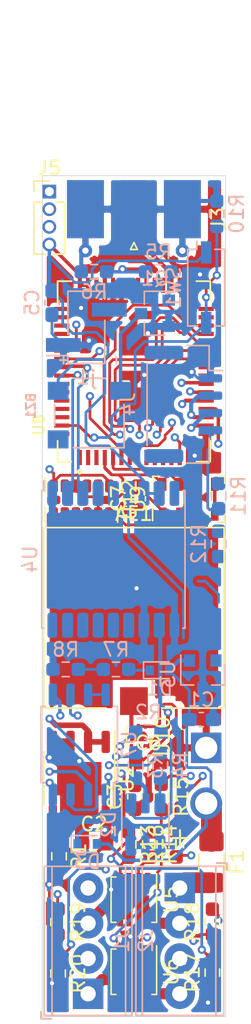
<source format=kicad_pcb>
(kicad_pcb (version 20171130) (host pcbnew 5.1.10)
  (layers (0 F.Cu signal) (1 In1.Cu signal) (2 In2.Cu signal) (31 B.Cu signal) (34 B.Paste user) (35 F.Paste user) (36 B.SilkS user) (37 F.SilkS user) (38 B.Mask user) (39 F.Mask user) (44 Edge.Cuts user))
  (net 0 "")
  (net 1 "Net-(BZ1-Pad2)")
  (net 2 /3V3)
  (net 3 "Net-(C1-Pad2)")
  (net 4 GND)
  (net 5 /3V3_BAK)
  (net 6 "Net-(D2-Pad3)")
  (net 7 "Net-(D2-Pad2)")
  (net 8 "Net-(D2-Pad1)")
  (net 9 /V_BAT)
  (net 10 "Net-(J3-Pad1)")
  (net 11 "Net-(R1-Pad2)")
  (net 12 "Net-(Q1-Pad1)")
  (net 13 /LED_B)
  (net 14 /LED_R)
  (net 15 /LED_G)
  (net 16 /BUZZER)
  (net 17 /BAT_SENSE)
  (net 18 /FLASH_CS)
  (net 19 /3v3)
  (net 20 "Net-(U10-Pad6)")
  (net 21 /GPS_TX)
  (net 22 /GPS_RX)
  (net 23 /PYRO_1_EN)
  (net 24 /PYRO_2_EN)
  (net 25 /PYRO_3_EN)
  (net 26 /PYRO_4_EN)
  (net 27 /FLASH_SCK)
  (net 28 /FLASH_MOSI)
  (net 29 /FLASH_MISO)
  (net 30 /EXT_TX)
  (net 31 /EXT_RX)
  (net 32 /SWDIO)
  (net 33 /SWCLK)
  (net 34 "Net-(U9-Pad4)")
  (net 35 "Net-(AE1-Pad1)")
  (net 36 "Net-(R10-Pad1)")
  (net 37 /SCL3)
  (net 38 /SDA3)
  (net 39 /PYRO_1)
  (net 40 /PYRO_3)
  (net 41 /PYRO_4)
  (net 42 /PYRO_2)
  (net 43 "Net-(R13-Pad2)")
  (net 44 "Net-(R14-Pad2)")
  (net 45 "Net-(R15-Pad2)")
  (net 46 "Net-(R16-Pad1)")
  (net 47 "Net-(C2-Pad2)")
  (net 48 "Net-(D1-Pad1)")
  (module Diode_SMD:D_SOD-523 (layer B.Cu) (at 127.446 110.744)
    (fp_text reference D3 (at 0 1.3) (layer B.SilkS) (effects (justify mirror)))
    (fp_text value ZLLS350TA)
    (pad 1 smd rect (at -0.7 0 180) (size 0.6 0.7) (layers B.Cu B.Paste B.Mask) (net 47 "Net-(C2-Pad2)"))
    (pad 2 smd rect (at 0.7 0 180) (size 0.6 0.7) (layers B.Cu B.Paste B.Mask) (net 3 "Net-(C1-Pad2)"))
  )
  (module Diode_SMD:D_SOD-523 (layer B.Cu) (at 132.65 98.2345)
    (fp_text reference D1 (at 0 1.3 180) (layer B.SilkS) (effects (justify mirror)))
    (fp_text value ZLLS350TA)
    (pad 1 smd rect (at -0.7 0 180) (size 0.6 0.7) (layers B.Cu B.Paste B.Mask) (net 48 "Net-(D1-Pad1)"))
    (pad 2 smd rect (at 0.7 0 180) (size 0.6 0.7) (layers B.Cu B.Paste B.Mask) (net 3 "Net-(C1-Pad2)"))
  )
  (module custom:xt30_pigtail (layer F.Cu) (at 136.017 103.823 270)
    (fp_text reference U1 hide)
    (fp_text value JST-RCY)
    (fp_text user + (at 6.5 2 90) (layer F.SilkS) (effects (font (size 1.5 1.5))))
    (pad 2 thru_hole circle (at 4 0 270) (size 2.3 2.3) (drill 1.6) (layers *.Cu *.Mask) (net 3 "Net-(C1-Pad2)"))
    (pad 1 thru_hole rect (at 0 0 270) (size 2.2 2.2) (drill 1.6) (layers *.Cu *.Mask) (net 4 GND))
  )
  (module Package_TO_SOT_SMD:SOT-23 (layer B.Cu) (at 135.7655 98.536 270)
    (fp_text reference U3 (at 0 2.5 270) (layer B.SilkS) (effects (justify mirror)))
    (fp_text value NCV51460)
    (pad 3 smd rect (at 1 0 270) (size 0.9 0.8) (layers B.Cu B.Paste B.Mask) (net 4 GND))
    (pad 2 smd rect (at -1 -0.95 270) (size 0.9 0.8) (layers B.Cu B.Paste B.Mask) (net 5 /3V3_BAK))
    (pad 1 smd rect (at -1 0.95 270) (size 0.9 0.8) (layers B.Cu B.Paste B.Mask) (net 3 "Net-(C1-Pad2)"))
  )
  (module Capacitor_SMD:C_0603_1608Metric_Pad1.08x0.95mm_HandSolder (layer B.Cu) (at 135.6625 101.7905 180)
    (fp_text reference C1 (at 0 1.43) (layer B.SilkS) (effects (justify mirror)))
    (fp_text value 0.1u)
    (pad 2 smd roundrect (at 0.8625 0 180) (size 1.075 0.95) (layers B.Cu B.Paste B.Mask) (net 3 "Net-(C1-Pad2)"))
    (pad 1 smd roundrect (at -0.8625 0 180) (size 1.075 0.95) (layers B.Cu B.Paste B.Mask) (net 4 GND))
  )
  (module Connector_PinHeader_1.27mm:PinHeader_1x04_P1.27mm_Vertical (layer F.Cu) (at 124.714 63.754)
    (fp_text reference J5 (at 0 -1.695) (layer F.SilkS))
    (fp_text value "SWD port")
    (pad 4 thru_hole oval (at 0 3.81) (size 1 1) (drill 0.65) (layers *.Cu *.Mask) (net 2 /3V3))
    (pad 3 thru_hole oval (at 0 2.54) (size 1 1) (drill 0.65) (layers *.Cu *.Mask) (net 32 /SWDIO))
    (pad 2 thru_hole oval (at 0 1.27) (size 1 1) (drill 0.65) (layers *.Cu *.Mask) (net 33 /SWCLK))
    (pad 1 thru_hole rect (at 0 0) (size 1 1) (drill 0.65) (layers *.Cu *.Mask) (net 4 GND))
  )
  (module Resistor_SMD:R_0603_1608Metric_Pad0.98x0.95mm_HandSolder (layer F.Cu) (at 125.349 120.0785 270)
    (fp_text reference R20 (at 0 -1.43 90) (layer F.SilkS))
    (fp_text value 10k)
    (pad 2 smd roundrect (at 0.9125 0 270) (size 0.975 0.95) (layers F.Cu F.Paste F.Mask) (net 4 GND))
    (pad 1 smd roundrect (at -0.9125 0 270) (size 0.975 0.95) (layers F.Cu F.Paste F.Mask) (net 25 /PYRO_3_EN))
  )
  (module Resistor_SMD:R_0603_1608Metric_Pad0.98x0.95mm_HandSolder (layer F.Cu) (at 125.349 116.372 270)
    (fp_text reference R19 (at 0 -1.43 90) (layer F.SilkS))
    (fp_text value 10k)
    (pad 2 smd roundrect (at 0.9125 0 270) (size 0.975 0.95) (layers F.Cu F.Paste F.Mask) (net 4 GND))
    (pad 1 smd roundrect (at -0.9125 0 270) (size 0.975 0.95) (layers F.Cu F.Paste F.Mask) (net 23 /PYRO_1_EN))
  )
  (module Resistor_SMD:R_0603_1608Metric_Pad0.98x0.95mm_HandSolder (layer F.Cu) (at 136.4615 116.3555 90)
    (fp_text reference R18 (at 0 -1.43 90) (layer F.SilkS))
    (fp_text value 10k)
    (pad 2 smd roundrect (at 0.9125 0 90) (size 0.975 0.95) (layers F.Cu F.Paste F.Mask) (net 26 /PYRO_4_EN))
    (pad 1 smd roundrect (at -0.9125 0 90) (size 0.975 0.95) (layers F.Cu F.Paste F.Mask) (net 4 GND))
  )
  (module Resistor_SMD:R_0603_1608Metric_Pad0.98x0.95mm_HandSolder (layer F.Cu) (at 136.4615 120.015 90)
    (fp_text reference R17 (at 0 -1.43 90) (layer F.SilkS))
    (fp_text value 10k)
    (pad 2 smd roundrect (at 0.9125 0 90) (size 0.975 0.95) (layers F.Cu F.Paste F.Mask) (net 24 /PYRO_2_EN))
    (pad 1 smd roundrect (at -0.9125 0 90) (size 0.975 0.95) (layers F.Cu F.Paste F.Mask) (net 4 GND))
  )
  (module Resistor_SMD:R_0603_1608Metric_Pad0.98x0.95mm_HandSolder (layer F.Cu) (at 133.858 110.7675 90)
    (fp_text reference R16 (at 0 -1.43 90) (layer F.SilkS))
    (fp_text value 500)
    (pad 2 smd roundrect (at 0.9125 0 90) (size 0.975 0.95) (layers F.Cu F.Paste F.Mask) (net 26 /PYRO_4_EN))
    (pad 1 smd roundrect (at -0.9125 0 90) (size 0.975 0.95) (layers F.Cu F.Paste F.Mask) (net 46 "Net-(R16-Pad1)"))
  )
  (module Resistor_SMD:R_0603_1608Metric_Pad0.98x0.95mm_HandSolder (layer F.Cu) (at 132.7785 107.355 270)
    (fp_text reference R15 (at 0 -1.43 90) (layer F.SilkS))
    (fp_text value 500)
    (pad 2 smd roundrect (at 0.9125 0 270) (size 0.975 0.95) (layers F.Cu F.Paste F.Mask) (net 45 "Net-(R15-Pad2)"))
    (pad 1 smd roundrect (at -0.9125 0 270) (size 0.975 0.95) (layers F.Cu F.Paste F.Mask) (net 25 /PYRO_3_EN))
  )
  (module Resistor_SMD:R_0603_1608Metric_Pad0.98x0.95mm_HandSolder (layer F.Cu) (at 131.953 110.784 270)
    (fp_text reference R14 (at 0 -1.43 90) (layer F.SilkS))
    (fp_text value 500)
    (pad 2 smd roundrect (at 0.9125 0 270) (size 0.975 0.95) (layers F.Cu F.Paste F.Mask) (net 44 "Net-(R14-Pad2)"))
    (pad 1 smd roundrect (at -0.9125 0 270) (size 0.975 0.95) (layers F.Cu F.Paste F.Mask) (net 24 /PYRO_2_EN))
  )
  (module Resistor_SMD:R_0603_1608Metric_Pad0.98x0.95mm_HandSolder (layer F.Cu) (at 130.429 110.784 270)
    (fp_text reference R13 (at 0 -1.43 90) (layer F.SilkS))
    (fp_text value 500)
    (pad 2 smd roundrect (at 0.9125 0 270) (size 0.975 0.95) (layers F.Cu F.Paste F.Mask) (net 43 "Net-(R13-Pad2)"))
    (pad 1 smd roundrect (at -0.9125 0 270) (size 0.975 0.95) (layers F.Cu F.Paste F.Mask) (net 23 /PYRO_1_EN))
  )
  (module Resistor_SMD:R_0603_1608Metric_Pad0.98x0.95mm_HandSolder (layer B.Cu) (at 136.906 89.1305 270)
    (fp_text reference R12 (at 0 1.43 90) (layer B.SilkS) (effects (justify mirror)))
    (fp_text value 4.7k)
    (pad 2 smd roundrect (at 0.9125 0 270) (size 0.975 0.95) (layers B.Cu B.Paste B.Mask) (net 2 /3V3))
    (pad 1 smd roundrect (at -0.9125 0 270) (size 0.975 0.95) (layers B.Cu B.Paste B.Mask) (net 38 /SDA3))
  )
  (module Resistor_SMD:R_0603_1608Metric_Pad0.98x0.95mm_HandSolder (layer B.Cu) (at 136.906 85.685 90)
    (fp_text reference R11 (at 0 1.43 90) (layer B.SilkS) (effects (justify mirror)))
    (fp_text value 4.7k)
    (pad 2 smd roundrect (at 0.9125 0 90) (size 0.975 0.95) (layers B.Cu B.Paste B.Mask) (net 37 /SCL3))
    (pad 1 smd roundrect (at -0.9125 0 90) (size 0.975 0.95) (layers B.Cu B.Paste B.Mask) (net 2 /3V3))
  )
  (module Package_SO:Vishay_PowerPAK_1212-8_Dual (layer F.Cu) (at 130.81 119.9515 270)
    (fp_text reference U6 (at 0 -2.7 90) (layer F.SilkS))
    (fp_text value Si7232DN)
    (pad 6 smd custom (at 0.5575 -0.6075 270) (size 1.725 0.99) (layers F.Cu F.Paste F.Mask) (net 41 /PYRO_4) (options (clearance outline) (anchor rect)) (primitives (gr_poly (pts (xy 0.6125 0.495) (xy 1.3725 0.495) (xy 1.3725 0.09) (xy 0.8625 0.09) (xy 0.8625 -0.165) (xy 1.3725 -0.165) (xy 1.3725 -0.5875) (xy 0.6125 -0.5875)) (width 0))))
    (pad 5 smd custom (at 0.5575 0.6075 270) (size 1.725 0.99) (layers F.Cu F.Paste F.Mask) (net 40 /PYRO_3) (options (clearance outline) (anchor rect)) (primitives (gr_poly (pts (xy 0.6125 -0.495) (xy 1.3725 -0.495) (xy 1.3725 -0.09) (xy 0.8625 -0.09) (xy 0.8625 0.165) (xy 1.3725 0.165) (xy 1.3725 0.5875) (xy 0.6125 0.5875)) (width 0))))
    (pad 4 smd rect (at -1.435 0.99 270) (size 0.99 0.405) (layers F.Cu F.Paste F.Mask) (net 45 "Net-(R15-Pad2)"))
    (pad 3 smd rect (at -1.435 0.33 270) (size 0.99 0.405) (layers F.Cu F.Paste F.Mask) (net 4 GND))
    (pad 2 smd rect (at -1.435 -0.33 270) (size 0.99 0.405) (layers F.Cu F.Paste F.Mask) (net 46 "Net-(R16-Pad1)"))
    (pad 1 smd rect (at -1.435 -0.99 270) (size 0.99 0.405) (layers F.Cu F.Paste F.Mask) (net 4 GND))
  )
  (module Package_SO:Vishay_PowerPAK_1212-8_Dual (layer F.Cu) (at 130.81 114.7585 270)
    (fp_text reference U5 (at 0 -2.7 90) (layer F.SilkS))
    (fp_text value Si7232DN)
    (pad 6 smd custom (at 0.5575 -0.6075 270) (size 1.725 0.99) (layers F.Cu F.Paste F.Mask) (net 42 /PYRO_2) (options (clearance outline) (anchor rect)) (primitives (gr_poly (pts (xy 0.6125 0.495) (xy 1.3725 0.495) (xy 1.3725 0.09) (xy 0.8625 0.09) (xy 0.8625 -0.165) (xy 1.3725 -0.165) (xy 1.3725 -0.5875) (xy 0.6125 -0.5875)) (width 0))))
    (pad 5 smd custom (at 0.5575 0.6075 270) (size 1.725 0.99) (layers F.Cu F.Paste F.Mask) (net 39 /PYRO_1) (options (clearance outline) (anchor rect)) (primitives (gr_poly (pts (xy 0.6125 -0.495) (xy 1.3725 -0.495) (xy 1.3725 -0.09) (xy 0.8625 -0.09) (xy 0.8625 0.165) (xy 1.3725 0.165) (xy 1.3725 0.5875) (xy 0.6125 0.5875)) (width 0))))
    (pad 4 smd rect (at -1.435 0.99 270) (size 0.99 0.405) (layers F.Cu F.Paste F.Mask) (net 43 "Net-(R13-Pad2)"))
    (pad 3 smd rect (at -1.435 0.33 270) (size 0.99 0.405) (layers F.Cu F.Paste F.Mask) (net 4 GND))
    (pad 2 smd rect (at -1.435 -0.33 270) (size 0.99 0.405) (layers F.Cu F.Paste F.Mask) (net 44 "Net-(R14-Pad2)"))
    (pad 1 smd rect (at -1.435 -0.99 270) (size 0.99 0.405) (layers F.Cu F.Paste F.Mask) (net 4 GND))
  )
  (module Button_Switch_SMD:SW_DIP_SPSTx01_Slide_Copal_CHS-01A_W5.08mm_P1.27mm_JPin (layer B.Cu) (at 136.017 70.6755 270)
    (fp_text reference SW1 (at 0 2.33 270) (layer B.SilkS) (effects (justify mirror)))
    (fp_text value chs-01a)
    (pad 2 smd rect (at 2.54 0 270) (size 1.6 0.76) (layers B.Cu B.Paste B.Mask) (net 36 "Net-(R10-Pad1)"))
    (pad 1 smd rect (at -2.54 0 270) (size 1.6 0.76) (layers B.Cu B.Paste B.Mask) (net 2 /3V3))
  )
  (module Resistor_SMD:R_0603_1608Metric_Pad0.98x0.95mm_HandSolder (layer B.Cu) (at 136.779 65.3415 90)
    (fp_text reference R10 (at 0 1.43 270) (layer B.SilkS) (effects (justify mirror)))
    (fp_text value 10k)
    (pad 2 smd roundrect (at 0.9125 0 90) (size 0.975 0.95) (layers B.Cu B.Paste B.Mask) (net 4 GND))
    (pad 1 smd roundrect (at -0.9125 0 90) (size 0.975 0.95) (layers B.Cu B.Paste B.Mask) (net 36 "Net-(R10-Pad1)"))
  )
  (module Connector_PinHeader_2.54mm:PinHeader_1x02_P2.54mm_Vertical_SMD_Pin1Left (layer B.Cu) (at 127.381 73.533)
    (fp_text reference j1 (at 0 3.6) (layer B.SilkS) (effects (justify mirror)))
    (fp_text value power)
    (pad 2 smd rect (at 1.655 -1.27) (size 2.51 1) (layers B.Cu B.Paste B.Mask) (net 11 "Net-(R1-Pad2)"))
    (pad 1 smd rect (at -1.655 1.27) (size 2.51 1) (layers B.Cu B.Paste B.Mask) (net 4 GND))
  )
  (module Package_LGA:LGA-14_3x5mm_P0.8mm_LayoutBorder1x6y (layer F.Cu) (at 127.032 85.963 270)
    (fp_text reference U12 (at 0 -3.45 90) (layer F.SilkS))
    (fp_text value ADXL343)
    (pad 14 smd roundrect (at 0 -2 270) (size 0.6 0.95) (layers F.Cu F.Paste F.Mask) (net 37 /SCL3))
    (pad 13 smd roundrect (at 1 -2 270) (size 0.95 0.6) (layers F.Cu F.Paste F.Mask) (net 38 /SDA3))
    (pad 12 smd roundrect (at 1 -1.2 270) (size 0.95 0.6) (layers F.Cu F.Paste F.Mask) (net 4 GND))
    (pad 11 smd roundrect (at 1 -0.4 270) (size 0.95 0.6) (layers F.Cu F.Paste F.Mask))
    (pad 10 smd roundrect (at 1 0.4 270) (size 0.95 0.6) (layers F.Cu F.Paste F.Mask))
    (pad 9 smd roundrect (at 1 1.2 270) (size 0.95 0.6) (layers F.Cu F.Paste F.Mask))
    (pad 8 smd roundrect (at 1 2 270) (size 0.95 0.6) (layers F.Cu F.Paste F.Mask))
    (pad 7 smd roundrect (at 0 2 270) (size 0.6 0.95) (layers F.Cu F.Paste F.Mask) (net 2 /3V3))
    (pad 6 smd roundrect (at -1 2 270) (size 0.95 0.6) (layers F.Cu F.Paste F.Mask) (net 2 /3V3))
    (pad 5 smd roundrect (at -1 1.2 270) (size 0.95 0.6) (layers F.Cu F.Paste F.Mask) (net 4 GND))
    (pad 4 smd roundrect (at -1 0.4 270) (size 0.95 0.6) (layers F.Cu F.Paste F.Mask) (net 4 GND))
    (pad 3 smd roundrect (at -1 -0.4 270) (size 0.95 0.6) (layers F.Cu F.Paste F.Mask))
    (pad 2 smd roundrect (at -1 -1.2 270) (size 0.95 0.6) (layers F.Cu F.Paste F.Mask) (net 4 GND))
    (pad 1 smd roundrect (at -1 -2 270) (size 0.95 0.6) (layers F.Cu F.Paste F.Mask) (net 2 /3V3))
  )
  (module custom:XDCR_CMT-0502-75-SMT-TR (layer B.Cu) (at 127.599 79.705 270)
    (fp_text reference BZ1 (at -0.508 4.2164 90) (layer B.SilkS) (effects (font (size 0.64 0.64)) (justify mirror)))
    (fp_text value "CMT-0502-75-SMT-TR ")
    (fp_text user - (at -3.81 -1.905 90) (layer B.SilkS) (effects (font (size 0.64 0.64)) (justify mirror)))
    (fp_text user + (at -3.81 1.905 90) (layer B.SilkS) (effects (font (size 0.64 0.64)) (justify mirror)))
    (pad 2 smd rect (at -1.6 -2.25 270) (size 1.3 1.5) (layers B.Cu B.Paste B.Mask) (net 1 "Net-(BZ1-Pad2)"))
    (pad 1 smd rect (at -1.6 2.25 270) (size 1.3 1.5) (layers B.Cu B.Paste B.Mask) (net 2 /3V3))
    (pad ~ smd rect (at 1.9 2.25 270) (size 1.3 1.5) (layers B.Cu B.Paste B.Mask))
  )
  (module Connector_JST:JST_GH_BM04B-GHS-TBT_1x04-1MP_P1.25mm_Vertical (layer B.Cu) (at 134.369 79.079 270)
    (fp_text reference J4 (at 0 4 270) (layer B.SilkS) (effects (justify mirror)))
    (fp_text value Conn_01x04)
    (pad MP smd roundrect (at 3.725 1.4 270) (size 1 2.8) (layers B.Cu B.Paste B.Mask))
    (pad MP smd roundrect (at -3.725 1.4 270) (size 1 2.8) (layers B.Cu B.Paste B.Mask))
    (pad 4 smd roundrect (at 1.875 -1.95 270) (size 0.6 1.7) (layers B.Cu B.Paste B.Mask) (net 2 /3V3))
    (pad 3 smd roundrect (at 0.625 -1.95 270) (size 0.6 1.7) (layers B.Cu B.Paste B.Mask) (net 30 /EXT_TX))
    (pad 2 smd roundrect (at -0.625 -1.95 270) (size 0.6 1.7) (layers B.Cu B.Paste B.Mask) (net 31 /EXT_RX))
    (pad 1 smd roundrect (at -1.875 -1.95 270) (size 0.6 1.7) (layers B.Cu B.Paste B.Mask) (net 4 GND))
  )
  (module custom:SGGP.12.4.A.02 (layer F.Cu) (at 130.81 100.457)
    (fp_text reference AE1 (at 0 -13.5) (layer F.SilkS))
    (fp_text value SGGP.12A)
    (pad 1 smd rect (at 0 0) (size 2 2) (layers F.Cu F.Paste F.Mask) (net 35 "Net-(AE1-Pad1)"))
    (pad 2 smd rect (at 4.5 -10.5) (size 3 3) (layers F.Cu F.Paste F.Mask) (net 4 GND))
    (pad 2 smd rect (at 0 -10.5) (size 3 3) (layers F.Cu F.Paste F.Mask) (net 4 GND))
    (pad 2 smd rect (at -4.5 -10.5) (size 3 3) (layers F.Cu F.Paste F.Mask) (net 4 GND))
    (pad 2 smd rect (at -4.5 -6) (size 3 3) (layers F.Cu F.Paste F.Mask) (net 4 GND))
    (pad 2 smd rect (at 4.5 -6) (size 3 3) (layers F.Cu F.Paste F.Mask) (net 4 GND))
    (pad 2 smd rect (at 0 -6) (size 3 3) (layers F.Cu F.Paste F.Mask) (net 4 GND))
    (pad 2 smd rect (at 4.5 -1.5) (size 3 3) (layers F.Cu F.Paste F.Mask) (net 4 GND))
    (pad 2 smd rect (at -4.5 -1.5) (size 3 3) (layers F.Cu F.Paste F.Mask) (net 4 GND))
  )
  (module RF:Skyworks_SKY65404-31 (layer F.Cu) (at 131.1275 102.997 270)
    (fp_text reference U10 (at 0 -1.75 270) (layer F.SilkS))
    (fp_text value SKY65723-81)
    (pad 1 smd roundrect (at -0.725 -0.5 270) (size 0.35 0.25) (layers F.Cu F.Paste F.Mask) (net 2 /3V3))
    (pad 2 smd roundrect (at -0.725 0 270) (size 0.35 0.25) (layers F.Cu F.Paste F.Mask) (net 2 /3V3))
    (pad 3 smd roundrect (at -0.725 0.5 270) (size 0.35 0.25) (layers F.Cu F.Paste F.Mask) (net 35 "Net-(AE1-Pad1)"))
    (pad 4 smd roundrect (at 0.725 0.5 270) (size 0.35 0.25) (layers F.Cu F.Paste F.Mask))
    (pad 5 smd roundrect (at 0.725 0 270) (size 0.35 0.25) (layers F.Cu F.Paste F.Mask))
    (pad 6 smd roundrect (at 0.725 -0.5 270) (size 0.35 0.25) (layers F.Cu F.Paste F.Mask) (net 20 "Net-(U10-Pad6)"))
    (pad 7 smd custom (at 0 0 270) (size 0.35 0.25) (layers F.Cu F.Paste F.Mask) (net 4 GND) (options (clearance outline) (anchor rect)) (primitives (gr_poly (pts (xy 0.35 -0.6) (xy 0.35 0) (xy 0.35 0.6) (xy 0.1 0.6) (xy 0.1 0.65) (xy -0.1 0.65) (xy -0.1 0.6) (xy -0.35 0.6) (xy -0.35 -0.45) (xy -0.2 -0.6) (xy -0.1 -0.6) (xy -0.1 -0.65) (xy 0.1 -0.65) (xy 0.1 -0.6)) (width 0))))
  )
  (module Package_LGA:LGA-8_3x5mm_P1.25mm (layer F.Cu) (at 134.757 85.911 90)
    (fp_text reference U9 (at 0 -3.65 90) (layer F.SilkS))
    (fp_text value MS5607-02BA)
    (pad 5 smd rect (at 1.075 1.875 90) (size 0.95 0.55) (layers F.Cu F.Paste F.Mask) (net 34 "Net-(U9-Pad4)"))
    (pad 6 smd rect (at 1.075 0.625 90) (size 0.95 0.55) (layers F.Cu F.Paste F.Mask))
    (pad 7 smd rect (at 1.075 -0.625 90) (size 0.95 0.55) (layers F.Cu F.Paste F.Mask) (net 38 /SDA3))
    (pad 8 smd rect (at 1.075 -1.875 90) (size 0.95 0.55) (layers F.Cu F.Paste F.Mask) (net 37 /SCL3))
    (pad 3 smd rect (at -1.075 0.625 90) (size 0.95 0.55) (layers F.Cu F.Paste F.Mask) (net 4 GND))
    (pad 2 smd rect (at -1.075 -0.625 90) (size 0.95 0.55) (layers F.Cu F.Paste F.Mask) (net 2 /3V3))
    (pad 1 smd rect (at -1.075 -1.875 90) (size 0.95 0.55) (layers F.Cu F.Paste F.Mask) (net 2 /3V3))
    (pad 4 smd rect (at -1.075 1.875 90) (size 0.95 0.55) (layers F.Cu F.Paste F.Mask) (net 34 "Net-(U9-Pad4)"))
  )
  (module custom:s76s (layer F.Cu) (at 130.81 76.708 90)
    (fp_text reference U8 (at -3.85268 -6.85478 90) (layer F.SilkS) (effects (font (size 0.787953 0.787953))))
    (fp_text value s76s)
    (pad 1 smd rect (at -6.2 -3.9 90) (size 1.1 0.3) (layers F.Cu F.Paste F.Mask))
    (pad 2 smd rect (at -6.2 -3.3 90) (size 1.1 0.3) (layers F.Cu F.Paste F.Mask) (net 4 GND))
    (pad 3 smd rect (at -6.2 -2.7 90) (size 1.1 0.3) (layers F.Cu F.Paste F.Mask) (net 4 GND))
    (pad 4 smd rect (at -6.2 -2.1 90) (size 1.1 0.3) (layers F.Cu F.Paste F.Mask) (net 37 /SCL3))
    (pad 5 smd rect (at -6.2 -1.5 90) (size 1.1 0.3) (layers F.Cu F.Paste F.Mask) (net 38 /SDA3))
    (pad 6 smd rect (at -6.2 -0.9 90) (size 1.1 0.3) (layers F.Cu F.Paste F.Mask) (net 17 /BAT_SENSE))
    (pad 7 smd rect (at -6.2 -0.3 90) (size 1.1 0.3) (layers F.Cu F.Paste F.Mask) (net 25 /PYRO_3_EN))
    (pad 8 smd rect (at -6.2 0.3 90) (size 1.1 0.3) (layers F.Cu F.Paste F.Mask))
    (pad 9 smd rect (at -6.2 0.9 90) (size 1.1 0.3) (layers F.Cu F.Paste F.Mask))
    (pad 10 smd rect (at -6.2 1.5 90) (size 1.1 0.3) (layers F.Cu F.Paste F.Mask))
    (pad 11 smd rect (at -6.2 2.1 90) (size 1.1 0.3) (layers F.Cu F.Paste F.Mask))
    (pad 12 smd rect (at -6.2 2.7 90) (size 1.1 0.3) (layers F.Cu F.Paste F.Mask))
    (pad 13 smd rect (at -6.2 3.3 90) (size 1.1 0.3) (layers F.Cu F.Paste F.Mask) (net 26 /PYRO_4_EN))
    (pad 14 smd rect (at -6.2 3.9 90) (size 1.1 0.3) (layers F.Cu F.Paste F.Mask) (net 4 GND))
    (pad 15 smd rect (at -4.5 5.2 90) (size 0.3 1.1) (layers F.Cu F.Paste F.Mask) (net 4 GND))
    (pad 16 smd rect (at -3.9 5.2 90) (size 0.3 1.1) (layers F.Cu F.Paste F.Mask) (net 30 /EXT_TX))
    (pad 17 smd rect (at -3.3 5.2 90) (size 0.3 1.1) (layers F.Cu F.Paste F.Mask) (net 31 /EXT_RX))
    (pad 18 smd rect (at -2.7 5.2 90) (size 0.3 1.1) (layers F.Cu F.Paste F.Mask) (net 18 /FLASH_CS))
    (pad 19 smd rect (at -2.1 5.2 90) (size 0.3 1.1) (layers F.Cu F.Paste F.Mask) (net 27 /FLASH_SCK))
    (pad 20 smd rect (at -1.5 5.2 90) (size 0.3 1.1) (layers F.Cu F.Paste F.Mask) (net 29 /FLASH_MISO))
    (pad 21 smd rect (at -0.9 5.2 90) (size 0.3 1.1) (layers F.Cu F.Paste F.Mask) (net 28 /FLASH_MOSI))
    (pad 22 smd rect (at -0.3 5.2 90) (size 0.3 1.1) (layers F.Cu F.Paste F.Mask))
    (pad 23 smd rect (at 0.3 5.2 90) (size 0.3 1.1) (layers F.Cu F.Paste F.Mask))
    (pad 24 smd rect (at 0.9 5.2 90) (size 0.3 1.1) (layers F.Cu F.Paste F.Mask) (net 24 /PYRO_2_EN))
    (pad 25 smd rect (at 1.5 5.2 90) (size 0.3 1.1) (layers F.Cu F.Paste F.Mask) (net 23 /PYRO_1_EN))
    (pad 26 smd rect (at 2.1 5.2 90) (size 0.3 1.1) (layers F.Cu F.Paste F.Mask) (net 13 /LED_B))
    (pad 27 smd rect (at 2.7 5.2 90) (size 0.3 1.1) (layers F.Cu F.Paste F.Mask) (net 14 /LED_R))
    (pad 28 smd rect (at 3.3 5.2 90) (size 0.3 1.1) (layers F.Cu F.Paste F.Mask) (net 15 /LED_G))
    (pad 29 smd rect (at 3.9 5.2 90) (size 0.3 1.1) (layers F.Cu F.Paste F.Mask))
    (pad 30 smd rect (at 4.5 5.2 90) (size 0.3 1.1) (layers F.Cu F.Paste F.Mask))
    (pad 31 smd rect (at 6.2 3.9 90) (size 1.1 0.3) (layers F.Cu F.Paste F.Mask) (net 4 GND))
    (pad 32 smd rect (at 6.2 3.3 90) (size 1.1 0.3) (layers F.Cu F.Paste F.Mask) (net 4 GND))
    (pad 33 smd rect (at 6.2 2.7 90) (size 1.1 0.3) (layers F.Cu F.Paste F.Mask) (net 10 "Net-(J3-Pad1)"))
    (pad 34 smd rect (at 6.2 2.1 90) (size 1.1 0.3) (layers F.Cu F.Paste F.Mask) (net 4 GND))
    (pad 35 smd rect (at 6.2 1.5 90) (size 1.1 0.3) (layers F.Cu F.Paste F.Mask) (net 4 GND))
    (pad 36 smd rect (at 6.2 0.9 90) (size 1.1 0.3) (layers F.Cu F.Paste F.Mask) (net 16 /BUZZER))
    (pad 37 smd rect (at 6.2 0.3 90) (size 1.1 0.3) (layers F.Cu F.Paste F.Mask) (net 4 GND))
    (pad 38 smd rect (at 6.2 -0.3 90) (size 1.1 0.3) (layers F.Cu F.Paste F.Mask))
    (pad 39 smd rect (at 6.2 -0.9 90) (size 1.1 0.3) (layers F.Cu F.Paste F.Mask) (net 4 GND))
    (pad 40 smd rect (at 6.2 -1.5 90) (size 1.1 0.3) (layers F.Cu F.Paste F.Mask))
    (pad 41 smd rect (at 6.2 -2.1 90) (size 1.1 0.3) (layers F.Cu F.Paste F.Mask) (net 4 GND))
    (pad 42 smd rect (at 6.2 -2.7 90) (size 1.1 0.3) (layers F.Cu F.Paste F.Mask))
    (pad 43 smd rect (at 6.2 -3.3 90) (size 1.1 0.3) (layers F.Cu F.Paste F.Mask) (net 2 /3V3))
    (pad 44 smd rect (at 6.2 -3.9 90) (size 1.1 0.3) (layers F.Cu F.Paste F.Mask) (net 2 /3V3))
    (pad 45 smd rect (at 4.5 -5.2 90) (size 0.3 1.1) (layers F.Cu F.Paste F.Mask))
    (pad 46 smd rect (at 3.9 -5.2 90) (size 0.3 1.1) (layers F.Cu F.Paste F.Mask))
    (pad 47 smd rect (at 3.3 -5.2 90) (size 0.3 1.1) (layers F.Cu F.Paste F.Mask))
    (pad 48 smd rect (at 2.7 -5.2 90) (size 0.3 1.1) (layers F.Cu F.Paste F.Mask))
    (pad 49 smd rect (at 2.1 -5.2 90) (size 0.3 1.1) (layers F.Cu F.Paste F.Mask))
    (pad 50 smd rect (at 1.5 -5.2 90) (size 0.3 1.1) (layers F.Cu F.Paste F.Mask) (net 32 /SWDIO))
    (pad 51 smd rect (at 0.9 -5.2 90) (size 0.3 1.1) (layers F.Cu F.Paste F.Mask) (net 33 /SWCLK))
    (pad 52 smd rect (at 0.3 -5.2 90) (size 0.3 1.1) (layers F.Cu F.Paste F.Mask) (net 21 /GPS_TX))
    (pad 53 smd rect (at -0.3 -5.2 90) (size 0.3 1.1) (layers F.Cu F.Paste F.Mask) (net 22 /GPS_RX))
    (pad 54 smd rect (at -0.9 -5.2 90) (size 0.3 1.1) (layers F.Cu F.Paste F.Mask))
    (pad 55 smd rect (at -1.5 -5.2 90) (size 0.3 1.1) (layers F.Cu F.Paste F.Mask))
    (pad 56 smd rect (at -2.1 -5.2 90) (size 0.3 1.1) (layers F.Cu F.Paste F.Mask))
    (pad 57 smd rect (at -2.7 -5.2 90) (size 0.3 1.1) (layers F.Cu F.Paste F.Mask))
    (pad 58 smd rect (at -3.3 -5.2 90) (size 0.3 1.1) (layers F.Cu F.Paste F.Mask))
    (pad 59 smd rect (at -3.9 -5.2 90) (size 0.3 1.1) (layers F.Cu F.Paste F.Mask) (net 36 "Net-(R10-Pad1)"))
    (pad 60 smd rect (at -4.5 -5.2 90) (size 0.3 1.1) (layers F.Cu F.Paste F.Mask))
    (pad 61 smd rect (at -2.2 0 90) (size 2.1 2.1) (layers F.Cu F.Paste F.Mask) (net 4 GND))
    (pad 62 smd rect (at 2.2 0 90) (size 2.1 2.1) (layers F.Cu F.Paste F.Mask) (net 4 GND))
  )
  (module Package_SO:SOIC-8_5.275x5.275mm_P1.27mm (layer B.Cu) (at 126.873 103.588 90)
    (fp_text reference U7 (at 0 3.59 90) (layer B.SilkS) (effects (justify mirror)))
    (fp_text value W25Q16JVS)
    (pad 8 smd roundrect (at 3.6 1.905 90) (size 1.6 0.6) (layers B.Cu B.Paste B.Mask) (net 19 /3v3))
    (pad 7 smd roundrect (at 3.6 0.635 90) (size 1.6 0.6) (layers B.Cu B.Paste B.Mask) (net 19 /3v3))
    (pad 6 smd roundrect (at 3.6 -0.635 90) (size 1.6 0.6) (layers B.Cu B.Paste B.Mask) (net 27 /FLASH_SCK))
    (pad 5 smd roundrect (at 3.6 -1.905 90) (size 1.6 0.6) (layers B.Cu B.Paste B.Mask) (net 28 /FLASH_MOSI))
    (pad 4 smd roundrect (at -3.6 -1.905 90) (size 1.6 0.6) (layers B.Cu B.Paste B.Mask) (net 4 GND))
    (pad 3 smd roundrect (at -3.6 -0.635 90) (size 1.6 0.6) (layers B.Cu B.Paste B.Mask) (net 2 /3V3))
    (pad 2 smd roundrect (at -3.6 0.635 90) (size 1.6 0.6) (layers B.Cu B.Paste B.Mask) (net 29 /FLASH_MISO))
    (pad 1 smd roundrect (at -3.6 1.905 90) (size 1.6 0.6) (layers B.Cu B.Paste B.Mask) (net 18 /FLASH_CS))
  )
  (module RF_GPS:ublox_MAX (layer B.Cu) (at 129.329 90.246 270)
    (fp_text reference U4 (at 0 6 90) (layer B.SilkS) (effects (justify mirror)))
    (fp_text value MAX-M8C)
    (pad 18 smd roundrect (at 4.75 4.4 270) (size 1.8 0.7) (layers B.Cu B.Paste B.Mask))
    (pad 17 smd roundrect (at 4.75 3.3 270) (size 1.8 0.8) (layers B.Cu B.Paste B.Mask))
    (pad 16 smd roundrect (at 4.75 2.2 270) (size 1.8 0.8) (layers B.Cu B.Paste B.Mask))
    (pad 15 smd roundrect (at 4.75 1.1 270) (size 1.8 0.8) (layers B.Cu B.Paste B.Mask))
    (pad 14 smd roundrect (at 4.75 0 270) (size 1.8 0.8) (layers B.Cu B.Paste B.Mask))
    (pad 13 smd roundrect (at 4.75 -1.1 270) (size 1.8 0.8) (layers B.Cu B.Paste B.Mask))
    (pad 12 smd roundrect (at 4.75 -2.2 270) (size 1.8 0.8) (layers B.Cu B.Paste B.Mask) (net 4 GND))
    (pad 11 smd roundrect (at 4.75 -3.3 270) (size 1.8 0.8) (layers B.Cu B.Paste B.Mask) (net 20 "Net-(U10-Pad6)"))
    (pad 10 smd roundrect (at 4.75 -4.4 270) (size 1.8 0.7) (layers B.Cu B.Paste B.Mask) (net 4 GND))
    (pad 9 smd roundrect (at -4.75 -4.4 270) (size 1.8 0.7) (layers B.Cu B.Paste B.Mask))
    (pad 8 smd roundrect (at -4.75 -3.3 270) (size 1.8 0.8) (layers B.Cu B.Paste B.Mask) (net 2 /3V3))
    (pad 7 smd roundrect (at -4.75 -2.2 270) (size 1.8 0.8) (layers B.Cu B.Paste B.Mask) (net 2 /3V3))
    (pad 6 smd roundrect (at -4.75 -1.1 270) (size 1.8 0.8) (layers B.Cu B.Paste B.Mask) (net 5 /3V3_BAK))
    (pad 5 smd roundrect (at -4.75 0 270) (size 1.8 0.8) (layers B.Cu B.Paste B.Mask))
    (pad 4 smd roundrect (at -4.75 1.1 270) (size 1.8 0.8) (layers B.Cu B.Paste B.Mask))
    (pad 3 smd roundrect (at -4.75 2.2 270) (size 1.8 0.8) (layers B.Cu B.Paste B.Mask) (net 21 /GPS_TX))
    (pad 2 smd roundrect (at -4.75 3.3 270) (size 1.8 0.8) (layers B.Cu B.Paste B.Mask) (net 22 /GPS_RX))
    (pad 1 smd roundrect (at -4.75 4.4 270) (size 1.8 0.7) (layers B.Cu B.Paste B.Mask) (net 4 GND))
  )
  (module Package_SO:HTSOP-8-1EP_3.9x4.9mm_P1.27mm_EP2.4x3.2mm (layer F.Cu) (at 126.873 106.045 270)
    (fp_text reference U2 (at 0 -3.4 90) (layer F.SilkS))
    (fp_text value BD33GA5WEFJ)
    (pad 9 smd rect (at 0 0 270) (size 2.4 3.2) (layers F.Cu F.Mask) (net 4 GND))
    (pad 8 smd roundrect (at 2.65 -1.905 270) (size 1.6 0.6) (layers F.Cu F.Paste F.Mask) (net 47 "Net-(C2-Pad2)"))
    (pad 7 smd roundrect (at 2.65 -0.635 270) (size 1.6 0.6) (layers F.Cu F.Paste F.Mask) (net 4 GND))
    (pad 6 smd roundrect (at 2.65 0.635 270) (size 1.6 0.6) (layers F.Cu F.Paste F.Mask) (net 4 GND))
    (pad 5 smd roundrect (at 2.65 1.905 270) (size 1.6 0.6) (layers F.Cu F.Paste F.Mask) (net 11 "Net-(R1-Pad2)"))
    (pad 4 smd roundrect (at -2.65 1.905 270) (size 1.6 0.6) (layers F.Cu F.Paste F.Mask) (net 4 GND))
    (pad 3 smd roundrect (at -2.65 0.635 270) (size 1.6 0.6) (layers F.Cu F.Paste F.Mask) (net 4 GND))
    (pad 2 smd roundrect (at -2.65 -0.635 270) (size 1.6 0.6) (layers F.Cu F.Paste F.Mask) (net 2 /3V3))
    (pad 1 smd roundrect (at -2.65 -1.905 270) (size 1.6 0.6) (layers F.Cu F.Paste F.Mask) (net 2 /3V3))
  )
  (module Resistor_SMD:R_0603_1608Metric_Pad0.98x0.95mm_HandSolder (layer B.Cu) (at 125.897 98.171 180)
    (fp_text reference R8 (at 0 1.43) (layer B.SilkS) (effects (justify mirror)))
    (fp_text value 3k)
    (pad 2 smd roundrect (at 0.9125 0 180) (size 0.975 0.95) (layers B.Cu B.Paste B.Mask) (net 4 GND))
    (pad 1 smd roundrect (at -0.9125 0 180) (size 0.975 0.95) (layers B.Cu B.Paste B.Mask) (net 17 /BAT_SENSE))
  )
  (module Resistor_SMD:R_0603_1608Metric_Pad0.98x0.95mm_HandSolder (layer B.Cu) (at 129.5165 98.171 180)
    (fp_text reference R7 (at 0 1.43) (layer B.SilkS) (effects (justify mirror)))
    (fp_text value 10k)
    (pad 2 smd roundrect (at 0.9125 0 180) (size 0.975 0.95) (layers B.Cu B.Paste B.Mask) (net 17 /BAT_SENSE))
    (pad 1 smd roundrect (at -0.9125 0 180) (size 0.975 0.95) (layers B.Cu B.Paste B.Mask) (net 48 "Net-(D1-Pad1)"))
  )
  (module Resistor_SMD:R_0603_1608Metric_Pad0.98x0.95mm_HandSolder (layer B.Cu) (at 127.929 69.5325)
    (fp_text reference R6 (at 0 1.43) (layer B.SilkS) (effects (justify mirror)))
    (fp_text value 10k)
    (pad 2 smd roundrect (at 0.9125 0) (size 0.975 0.95) (layers B.Cu B.Paste B.Mask) (net 16 /BUZZER))
    (pad 1 smd roundrect (at -0.9125 0) (size 0.975 0.95) (layers B.Cu B.Paste B.Mask) (net 4 GND))
  )
  (module Resistor_SMD:R_0603_1608Metric_Pad0.98x0.95mm_HandSolder (layer B.Cu) (at 132.5645 69.5325 180)
    (fp_text reference R5 (at 0 1.43) (layer B.SilkS) (effects (justify mirror)))
    (fp_text value 500)
    (pad 2 smd roundrect (at 0.9125 0 180) (size 0.975 0.95) (layers B.Cu B.Paste B.Mask) (net 16 /BUZZER))
    (pad 1 smd roundrect (at -0.9125 0 180) (size 0.975 0.95) (layers B.Cu B.Paste B.Mask) (net 12 "Net-(Q1-Pad1)"))
  )
  (module Resistor_SMD:R_0603_1608Metric_Pad0.98x0.95mm_HandSolder (layer B.Cu) (at 132.715 105.0925 90)
    (fp_text reference R4 (at 0 1.43 90) (layer B.SilkS) (effects (justify mirror)))
    (fp_text value 120)
    (pad 2 smd roundrect (at 0.9125 0 90) (size 0.975 0.95) (layers B.Cu B.Paste B.Mask) (net 15 /LED_G))
    (pad 1 smd roundrect (at -0.9125 0 90) (size 0.975 0.95) (layers B.Cu B.Paste B.Mask) (net 6 "Net-(D2-Pad3)"))
  )
  (module Resistor_SMD:R_0603_1608Metric_Pad0.98x0.95mm_HandSolder (layer B.Cu) (at 130.937 105.0925 90)
    (fp_text reference R3 (at 0 1.43 270) (layer B.SilkS) (effects (justify mirror)))
    (fp_text value 500)
    (pad 2 smd roundrect (at 0.9125 0 90) (size 0.975 0.95) (layers B.Cu B.Paste B.Mask) (net 14 /LED_R))
    (pad 1 smd roundrect (at -0.9125 0 90) (size 0.975 0.95) (layers B.Cu B.Paste B.Mask) (net 7 "Net-(D2-Pad2)"))
  )
  (module Resistor_SMD:R_0603_1608Metric_Pad0.98x0.95mm_HandSolder (layer B.Cu) (at 131.8495 102.6795 180)
    (fp_text reference R2 (at 0 1.43 180) (layer B.SilkS) (effects (justify mirror)))
    (fp_text value 120)
    (pad 2 smd roundrect (at 0.9125 0 180) (size 0.975 0.95) (layers B.Cu B.Paste B.Mask) (net 13 /LED_B))
    (pad 1 smd roundrect (at -0.9125 0 180) (size 0.975 0.95) (layers B.Cu B.Paste B.Mask) (net 8 "Net-(D2-Pad1)"))
  )
  (module Resistor_SMD:R_0603_1608Metric_Pad0.98x0.95mm_HandSolder (layer F.Cu) (at 125.4125 111.633 270)
    (fp_text reference R1 (at 0 -1.43 90) (layer F.SilkS))
    (fp_text value 10k)
    (pad 2 smd roundrect (at 0.9125 0 270) (size 0.975 0.95) (layers F.Cu F.Paste F.Mask) (net 11 "Net-(R1-Pad2)"))
    (pad 1 smd roundrect (at -0.9125 0 270) (size 0.975 0.95) (layers F.Cu F.Paste F.Mask) (net 47 "Net-(C2-Pad2)"))
  )
  (module Package_TO_SOT_SMD:SOT-23 (layer B.Cu) (at 132.318 72.517 180)
    (fp_text reference Q1 (at 0 2.5) (layer B.SilkS) (effects (justify mirror)))
    (fp_text value MMBT3904)
    (pad 3 smd rect (at 1 0 180) (size 0.9 0.8) (layers B.Cu B.Paste B.Mask) (net 1 "Net-(BZ1-Pad2)"))
    (pad 2 smd rect (at -1 -0.95 180) (size 0.9 0.8) (layers B.Cu B.Paste B.Mask) (net 4 GND))
    (pad 1 smd rect (at -1 0.95 180) (size 0.9 0.8) (layers B.Cu B.Paste B.Mask) (net 12 "Net-(Q1-Pad1)"))
  )
  (module Connector_Coaxial:SMA_Molex_73251-2120_EdgeMount_Horizontal (layer F.Cu) (at 130.81 65.024 90)
    (fp_text reference J3 (at -0.705 6.1 90) (layer F.SilkS))
    (fp_text value sma)
    (pad 2 smd rect (at -2.54 3.4925 90) (size 0.89 0.46) (layers B.Cu) (net 4 GND))
    (pad 2 thru_hole circle (at -2.985 3.4925 90) (size 0.97 0.97) (drill 0.46) (layers *.Cu) (net 4 GND))
    (pad 2 smd rect (at -2.54 3.4925 90) (size 0.89 0.46) (layers F.Cu) (net 4 GND))
    (pad 2 smd rect (at 0 -3.4925 90) (size 4.19 2.665) (layers B.Cu B.Paste B.Mask) (net 4 GND))
    (pad 2 smd rect (at 0 -3.4925 90) (size 4.19 2.665) (layers F.Cu F.Paste F.Mask) (net 4 GND))
    (pad 2 smd rect (at 0 3.4925 90) (size 4.19 2.665) (layers B.Cu B.Paste B.Mask) (net 4 GND))
    (pad 1 smd rect (at 0 0 90) (size 4.19 1.78) (layers F.Cu F.Paste F.Mask) (net 10 "Net-(J3-Pad1)"))
    (pad 2 smd rect (at 0 3.4925 90) (size 4.19 2.665) (layers F.Cu F.Paste F.Mask) (net 4 GND))
    (pad 2 thru_hole circle (at -2.985 -3.4925 90) (size 0.97 0.97) (drill 0.46) (layers *.Cu) (net 4 GND))
    (pad 2 smd rect (at -2.54 -3.4925 90) (size 0.89 0.46) (layers F.Cu) (net 4 GND))
    (pad 2 smd rect (at -2.54 -3.4925 90) (size 0.89 0.46) (layers B.Cu) (net 4 GND))
  )
  (module TerminalBlock_Phoenix:TerminalBlock_Phoenix_MPT-0,5-4-2.54_1x04_P2.54mm_Horizontal (layer B.Cu) (at 127.508 121.539 90)
    (fp_text reference J2 (at 3.81 4.16 90) (layer B.SilkS) (effects (justify mirror)))
    (fp_text value "terminal 2")
    (pad 4 thru_hole circle (at 7.62 0 90) (size 2.2 2.2) (drill 1.1) (layers *.Cu *.Mask) (net 9 /V_BAT))
    (pad 3 thru_hole circle (at 5.08 0 90) (size 2.2 2.2) (drill 1.1) (layers *.Cu *.Mask) (net 39 /PYRO_1))
    (pad 2 thru_hole circle (at 2.54 0 90) (size 2.2 2.2) (drill 1.1) (layers *.Cu *.Mask) (net 9 /V_BAT))
    (pad 1 thru_hole rect (at 0 0 90) (size 2.2 2.2) (drill 1.1) (layers *.Cu *.Mask) (net 40 /PYRO_3))
  )
  (module TerminalBlock_Phoenix:TerminalBlock_Phoenix_MPT-0,5-4-2.54_1x04_P2.54mm_Horizontal (layer B.Cu) (at 134.112 113.919 270)
    (fp_text reference J1 (at 3.81 4.16 270) (layer B.SilkS) (effects (justify mirror)))
    (fp_text value "terminal 1")
    (pad 4 thru_hole circle (at 7.62 0 270) (size 2.2 2.2) (drill 1.1) (layers *.Cu *.Mask) (net 41 /PYRO_4))
    (pad 3 thru_hole circle (at 5.08 0 270) (size 2.2 2.2) (drill 1.1) (layers *.Cu *.Mask) (net 9 /V_BAT))
    (pad 2 thru_hole circle (at 2.54 0 270) (size 2.2 2.2) (drill 1.1) (layers *.Cu *.Mask) (net 42 /PYRO_2))
    (pad 1 thru_hole rect (at 0 0 270) (size 2.2 2.2) (drill 1.1) (layers *.Cu *.Mask) (net 9 /V_BAT))
  )
  (module Fuse:Fuse_1206_3216Metric_Pad1.42x1.75mm_HandSolder (layer F.Cu) (at 136.398 112.0505 270)
    (fp_text reference F1 (at 0 -1.82 90) (layer F.SilkS))
    (fp_text value "C1H25 ")
    (pad 2 smd roundrect (at 1.4875 0 270) (size 1.425 1.75) (layers F.Cu F.Paste F.Mask) (roundrect_rratio 0.175439) (net 9 /V_BAT))
    (pad 1 smd roundrect (at -1.4875 0 270) (size 1.425 1.75) (layers F.Cu F.Paste F.Mask) (roundrect_rratio 0.175439) (net 3 "Net-(C1-Pad2)"))
  )
  (module LED_SMD:LED_ROHM_SMLVN6 (layer B.Cu) (at 131.6355 109.347 270)
    (fp_text reference D2 (at 0 2.65 270) (layer B.SilkS) (effects (justify mirror)))
    (fp_text value SMLVN6RGB)
    (pad 4 smd roundrect (at 1.525 -1.05 270) (size 1.45 0.8) (layers B.Cu B.Paste B.Mask) (roundrect_rratio 0.2) (net 4 GND))
    (pad 3 smd roundrect (at -1.525 -1.05 270) (size 1.45 0.8) (layers B.Cu B.Paste B.Mask) (roundrect_rratio 0.2) (net 6 "Net-(D2-Pad3)"))
    (pad 5 smd roundrect (at 1.525 0 270) (size 1.45 0.6) (layers B.Cu B.Paste B.Mask) (roundrect_rratio 0.2) (net 4 GND))
    (pad 2 smd roundrect (at -1.525 0 270) (size 1.45 0.6) (layers B.Cu B.Paste B.Mask) (roundrect_rratio 0.2) (net 7 "Net-(D2-Pad2)"))
    (pad 6 smd roundrect (at 1.525 1.05 270) (size 1.45 0.8) (layers B.Cu B.Paste B.Mask) (roundrect_rratio 0.2) (net 4 GND))
    (pad 1 smd roundrect (at -1.525 1.05 270) (size 1.45 0.8) (layers B.Cu B.Paste B.Mask) (roundrect_rratio 0.2) (net 8 "Net-(D2-Pad1)"))
  )
  (module Capacitor_SMD:C_0603_1608Metric_Pad1.08x0.95mm_HandSolder (layer F.Cu) (at 131.1275 85.8785 90)
    (fp_text reference C7 (at 0 -1.43 90) (layer F.SilkS))
    (fp_text value 0.1u)
    (pad 2 smd roundrect (at 0.8625 0 90) (size 1.075 0.95) (layers F.Cu F.Paste F.Mask) (net 2 /3V3))
    (pad 1 smd roundrect (at -0.8625 0 90) (size 1.075 0.95) (layers F.Cu F.Paste F.Mask) (net 4 GND))
  )
  (module Capacitor_SMD:C_0603_1608Metric_Pad1.08x0.95mm_HandSolder (layer F.Cu) (at 131.8525 104.902)
    (fp_text reference C6 (at 0 -1.43 180) (layer F.SilkS))
    (fp_text value 0.1u)
    (pad 2 smd roundrect (at 0.8625 0) (size 1.075 0.95) (layers F.Cu F.Paste F.Mask) (net 4 GND))
    (pad 1 smd roundrect (at -0.8625 0) (size 1.075 0.95) (layers F.Cu F.Paste F.Mask) (net 2 /3V3))
  )
  (module Capacitor_SMD:C_0603_1608Metric_Pad1.08x0.95mm_HandSolder (layer B.Cu) (at 124.9045 71.755 270)
    (fp_text reference C5 (at 0 1.43 270) (layer B.SilkS) (effects (justify mirror)))
    (fp_text value 4.7u)
    (pad 2 smd roundrect (at 0.8625 0 270) (size 1.075 0.95) (layers B.Cu B.Paste B.Mask) (net 4 GND))
    (pad 1 smd roundrect (at -0.8625 0 270) (size 1.075 0.95) (layers B.Cu B.Paste B.Mask) (net 2 /3V3))
  )
  (module Capacitor_SMD:C_0603_1608Metric_Pad1.08x0.95mm_HandSolder (layer F.Cu) (at 130.8735 107.3415 90)
    (fp_text reference C3 (at 0 -1.43 90) (layer F.SilkS))
    (fp_text value 2.2u)
    (pad 2 smd roundrect (at 0.8625 0 90) (size 1.075 0.95) (layers F.Cu F.Paste F.Mask) (net 2 /3V3))
    (pad 1 smd roundrect (at -0.8625 0 90) (size 1.075 0.95) (layers F.Cu F.Paste F.Mask) (net 4 GND))
  )
  (module Capacitor_SMD:C_0603_1608Metric_Pad1.08x0.95mm_HandSolder (layer F.Cu) (at 127.926 110.744)
    (fp_text reference C2 (at 0 -1.43) (layer F.SilkS))
    (fp_text value 1u)
    (pad 2 smd roundrect (at 0.8625 0) (size 1.075 0.95) (layers F.Cu F.Paste F.Mask) (net 47 "Net-(C2-Pad2)"))
    (pad 1 smd roundrect (at -0.8625 0) (size 1.075 0.95) (layers F.Cu F.Paste F.Mask) (net 4 GND))
  )
  (gr_line (start 137.414 62.611) (end 124.206 62.611) (layer Edge.Cuts) (width 0.05))
  (gr_line (start 124.206 123.19) (end 137.414 123.19) (layer Edge.Cuts) (width 0.05))
  (gr_line (start 137.414 123.19) (end 137.414 62.611) (layer Edge.Cuts) (width 0.05))
  (gr_line (start 124.206 123.19) (end 124.206 62.611) (layer Edge.Cuts) (width 0.05))
  (segment (start 131.318 72.517) (end 129.849 73.986) (width 0.25) (layer B.Cu) (net 1))
  (segment (start 129.849 73.986) (end 129.849 78.105) (width 0.25) (layer B.Cu) (net 1))
  (segment (start 125.19899 102.19499) (end 127.10799 102.19499) (width 0.4) (layer F.Cu) (net 2))
  (segment (start 127.10799 102.19499) (end 127.508 102.595) (width 0.4) (layer F.Cu) (net 2))
  (segment (start 127.508 102.595) (end 127.508 103.395) (width 0.4) (layer F.Cu) (net 2))
  (segment (start 124.731 101.727) (end 125.19899 102.19499) (width 0.4) (layer F.Cu) (net 2))
  (segment (start 128.778 103.395) (end 127.508 103.395) (width 0.4) (layer F.Cu) (net 2))
  (via (at 124.731 101.727) (size 0.6) (drill 0.3) (layers F.Cu B.Cu) (net 2))
  (segment (start 136.017 68.1355) (end 135.358499 68.794001) (width 0.2) (layer B.Cu) (net 2))
  (segment (start 124.714 68.477656) (end 124.714 67.564) (width 0.2) (layer B.Cu) (net 2))
  (segment (start 135.358499 68.794001) (end 133.986157 68.794001) (width 0.2) (layer B.Cu) (net 2))
  (segment (start 127.80401 69.322334) (end 127.80401 69.992646) (width 0.2) (layer B.Cu) (net 2))
  (segment (start 133.986157 68.794001) (end 133.934155 68.741999) (width 0.2) (layer B.Cu) (net 2))
  (segment (start 133.934155 68.741999) (end 128.384345 68.741999) (width 0.2) (layer B.Cu) (net 2))
  (segment (start 128.384345 68.741999) (end 127.80401 69.322334) (width 0.2) (layer B.Cu) (net 2))
  (segment (start 127.80401 69.992646) (end 127.489146 70.30751) (width 0.2) (layer B.Cu) (net 2))
  (segment (start 127.489146 70.30751) (end 126.543854 70.30751) (width 0.2) (layer B.Cu) (net 2))
  (segment (start 126.543854 70.30751) (end 124.714 68.477656) (width 0.2) (layer B.Cu) (net 2))
  (segment (start 124.714 67.564) (end 124.714 70.702) (width 0.25) (layer B.Cu) (net 2))
  (segment (start 124.714 70.702) (end 124.9045 70.8925) (width 0.25) (layer B.Cu) (net 2))
  (segment (start 126.91 70.508) (end 126.91 69.76) (width 0.25) (layer F.Cu) (net 2))
  (segment (start 126.91 69.76) (end 124.714 67.564) (width 0.25) (layer F.Cu) (net 2))
  (segment (start 126.91 70.508) (end 127.51 70.508) (width 0.25) (layer F.Cu) (net 2))
  (segment (start 131.1275 102.272) (end 131.6275 102.272) (width 0.2) (layer F.Cu) (net 2))
  (segment (start 131.294524 104.902) (end 130.99 104.902) (width 0.2) (layer F.Cu) (net 2))
  (segment (start 133.864471 102.332053) (end 131.294524 104.902) (width 0.2) (layer F.Cu) (net 2))
  (segment (start 132.976469 100.675185) (end 133.552471 100.675185) (width 0.2) (layer F.Cu) (net 2))
  (segment (start 132.664469 100.987185) (end 132.976469 100.675185) (width 0.2) (layer F.Cu) (net 2))
  (segment (start 133.864471 100.987185) (end 133.864471 102.332053) (width 0.2) (layer F.Cu) (net 2))
  (segment (start 132.664469 102.074811) (end 132.664469 100.987185) (width 0.2) (layer F.Cu) (net 2))
  (segment (start 133.552471 100.675185) (end 133.864471 100.987185) (width 0.2) (layer F.Cu) (net 2))
  (segment (start 132.44078 102.2985) (end 132.664469 102.074811) (width 0.2) (layer F.Cu) (net 2))
  (segment (start 131.779 102.2985) (end 132.44078 102.2985) (width 0.2) (layer F.Cu) (net 2))
  (segment (start 131.7525 102.272) (end 131.779 102.2985) (width 0.2) (layer F.Cu) (net 2))
  (segment (start 131.6275 102.272) (end 131.7525 102.272) (width 0.2) (layer F.Cu) (net 2))
  (segment (start 128.10801 105.10401) (end 124.731 101.727) (width 0.2) (layer B.Cu) (net 2))
  (segment (start 128.10801 108.094382) (end 128.10801 105.10401) (width 0.2) (layer B.Cu) (net 2))
  (segment (start 127.914382 108.28801) (end 128.10801 108.094382) (width 0.2) (layer B.Cu) (net 2))
  (segment (start 126.53801 108.28801) (end 127.914382 108.28801) (width 0.2) (layer B.Cu) (net 2))
  (segment (start 126.238 107.988) (end 126.53801 108.28801) (width 0.2) (layer B.Cu) (net 2))
  (segment (start 126.238 107.188) (end 126.238 107.988) (width 0.2) (layer B.Cu) (net 2))
  (segment (start 130.8735 105.0185) (end 130.99 104.902) (width 0.2) (layer F.Cu) (net 2))
  (segment (start 130.8735 106.479) (end 130.8735 105.0185) (width 0.2) (layer F.Cu) (net 2))
  (segment (start 134.132 86.986) (end 132.882 86.986) (width 0.2) (layer F.Cu) (net 2))
  (segment (start 132.882 86.7705) (end 131.1275 85.016) (width 0.2) (layer F.Cu) (net 2))
  (segment (start 132.882 86.986) (end 132.882 86.7705) (width 0.2) (layer F.Cu) (net 2))
  (segment (start 125.032 84.651588) (end 125.032 85.963) (width 0.2) (layer F.Cu) (net 2))
  (segment (start 125.495598 84.18799) (end 125.032 84.651588) (width 0.2) (layer F.Cu) (net 2))
  (segment (start 128.568402 84.18799) (end 125.495598 84.18799) (width 0.2) (layer F.Cu) (net 2))
  (segment (start 129.032 84.651588) (end 128.568402 84.18799) (width 0.2) (layer F.Cu) (net 2))
  (segment (start 129.032 84.963) (end 129.032 84.651588) (width 0.2) (layer F.Cu) (net 2))
  (segment (start 125.032 84.0575) (end 124.731 83.7565) (width 0.2) (layer F.Cu) (net 2))
  (via (at 124.731 83.7565) (size 0.6) (drill 0.3) (layers F.Cu B.Cu) (net 2))
  (segment (start 125.032 84.963) (end 125.032 84.0575) (width 0.2) (layer F.Cu) (net 2))
  (segment (start 128.615003 75.853999) (end 126.750001 75.853999) (width 0.2) (layer B.Cu) (net 2))
  (segment (start 127.283499 73.885499) (end 128.091003 73.885499) (width 0.2) (layer B.Cu) (net 2))
  (segment (start 125.349 77.255) (end 125.349 78.105) (width 0.2) (layer B.Cu) (net 2))
  (segment (start 127.191498 73.9775) (end 127.283499 73.885499) (width 0.2) (layer B.Cu) (net 2))
  (segment (start 126.407 73.9775) (end 127.191498 73.9775) (width 0.2) (layer B.Cu) (net 2))
  (segment (start 128.933501 74.727997) (end 128.933501 75.535501) (width 0.2) (layer B.Cu) (net 2))
  (segment (start 128.091003 73.885499) (end 128.933501 74.727997) (width 0.2) (layer B.Cu) (net 2))
  (segment (start 125.67951 73.25001) (end 126.407 73.9775) (width 0.2) (layer B.Cu) (net 2))
  (segment (start 125.67951 71.66751) (end 125.67951 73.25001) (width 0.2) (layer B.Cu) (net 2))
  (segment (start 126.750001 75.853999) (end 125.349 77.255) (width 0.2) (layer B.Cu) (net 2))
  (segment (start 124.9045 70.8925) (end 125.67951 71.66751) (width 0.2) (layer B.Cu) (net 2))
  (segment (start 131.529 85.496) (end 132.629 85.496) (width 0.2) (layer B.Cu) (net 2))
  (segment (start 127.352499 79.664025) (end 128.714001 78.302523) (width 0.2) (layer B.Cu) (net 2))
  (segment (start 127.664499 82.070501) (end 127.352499 81.758501) (width 0.2) (layer B.Cu) (net 2))
  (segment (start 129.003501 82.070501) (end 127.664499 82.070501) (width 0.2) (layer B.Cu) (net 2))
  (segment (start 127.352499 81.758501) (end 127.352499 79.664025) (width 0.2) (layer B.Cu) (net 2))
  (segment (start 131.529 84.596) (end 129.003501 82.070501) (width 0.2) (layer B.Cu) (net 2))
  (segment (start 131.529 85.496) (end 131.529 84.596) (width 0.2) (layer B.Cu) (net 2))
  (segment (start 128.714001 75.755001) (end 128.809251 75.659751) (width 0.2) (layer B.Cu) (net 2))
  (segment (start 128.714001 78.302523) (end 128.714001 75.755001) (width 0.2) (layer B.Cu) (net 2))
  (segment (start 128.809251 75.659751) (end 128.615003 75.853999) (width 0.2) (layer B.Cu) (net 2))
  (segment (start 128.933501 75.535501) (end 128.809251 75.659751) (width 0.2) (layer B.Cu) (net 2))
  (segment (start 136.288999 82.203001) (end 136.288999 80.984001) (width 0.2) (layer B.Cu) (net 2))
  (segment (start 136.13099 82.36101) (end 136.288999 82.203001) (width 0.2) (layer B.Cu) (net 2))
  (segment (start 136.13099 86.53749) (end 136.13099 82.36101) (width 0.2) (layer B.Cu) (net 2))
  (segment (start 136.271 86.6775) (end 136.13099 86.53749) (width 0.2) (layer B.Cu) (net 2))
  (segment (start 136.826 86.6775) (end 136.271 86.6775) (width 0.2) (layer B.Cu) (net 2))
  (segment (start 136.288999 80.984001) (end 136.319 80.954) (width 0.2) (layer B.Cu) (net 2))
  (segment (start 136.906 86.5975) (end 136.826 86.6775) (width 0.2) (layer B.Cu) (net 2))
  (segment (start 136.398 110.563) (end 136.398 108.204) (width 1.5) (layer F.Cu) (net 3))
  (segment (start 136.398 108.204) (end 136.017 107.823) (width 1.5) (layer F.Cu) (net 3))
  (segment (start 136.017 109.449345) (end 133.544335 111.92201) (width 0.25) (layer B.Cu) (net 3))
  (segment (start 136.017 107.823) (end 136.017 109.449345) (width 0.25) (layer B.Cu) (net 3))
  (segment (start 128.96659 110.744) (end 128.146 110.744) (width 0.25) (layer B.Cu) (net 3))
  (segment (start 130.52099 111.92201) (end 130.1446 111.92201) (width 0.25) (layer B.Cu) (net 3))
  (segment (start 133.544335 111.92201) (end 130.52099 111.92201) (width 0.25) (layer B.Cu) (net 3))
  (segment (start 130.1446 111.92201) (end 128.96659 110.744) (width 0.25) (layer B.Cu) (net 3))
  (segment (start 134.0485 97.536) (end 133.35 98.2345) (width 0.3) (layer B.Cu) (net 3))
  (segment (start 134.8155 97.536) (end 134.0485 97.536) (width 0.3) (layer B.Cu) (net 3))
  (segment (start 134.8 99.6845) (end 133.35 98.2345) (width 0.2) (layer B.Cu) (net 3))
  (segment (start 134.8 101.7905) (end 134.8 99.6845) (width 0.2) (layer B.Cu) (net 3))
  (segment (start 136.363001 107.476999) (end 136.017 107.823) (width 0.2) (layer B.Cu) (net 3))
  (segment (start 136.363001 105.561501) (end 136.363001 107.476999) (width 0.2) (layer B.Cu) (net 3))
  (segment (start 136.051001 105.249501) (end 136.363001 105.561501) (width 0.2) (layer B.Cu) (net 3))
  (segment (start 134.703499 105.249501) (end 136.051001 105.249501) (width 0.2) (layer B.Cu) (net 3))
  (segment (start 134.616999 105.163001) (end 134.703499 105.249501) (width 0.2) (layer B.Cu) (net 3))
  (segment (start 134.616999 101.973501) (end 134.616999 105.163001) (width 0.2) (layer B.Cu) (net 3))
  (segment (start 134.8 101.7905) (end 134.616999 101.973501) (width 0.2) (layer B.Cu) (net 3))
  (via (at 126.873 104.775) (size 0.6) (drill 0.3) (layers F.Cu B.Cu) (net 4))
  (segment (start 126.873 106.045) (end 126.255 106.045) (width 0.2) (layer F.Cu) (net 4))
  (segment (start 126.255 106.045) (end 124.731 104.521) (width 0.2) (layer F.Cu) (net 4))
  (via (at 124.731 104.521) (size 0.6) (drill 0.3) (layers F.Cu B.Cu) (net 4))
  (segment (start 127.0635 110.744) (end 127.0635 109.1395) (width 1) (layer F.Cu) (net 4))
  (segment (start 127.0635 109.1395) (end 127.508 108.695) (width 1) (layer F.Cu) (net 4))
  (segment (start 127.508 108.695) (end 127.508 106.68) (width 1.5) (layer F.Cu) (net 4))
  (segment (start 127.508 106.68) (end 126.873 106.045) (width 1.5) (layer F.Cu) (net 4))
  (segment (start 126.238 108.695) (end 126.238 106.68) (width 1.5) (layer F.Cu) (net 4))
  (segment (start 126.238 106.68) (end 126.873 106.045) (width 1.5) (layer F.Cu) (net 4))
  (segment (start 124.968 107.188) (end 124.968 106.574003) (width 0.2) (layer B.Cu) (net 4))
  (segment (start 124.968 106.574003) (end 124.731 106.337003) (width 0.2) (layer B.Cu) (net 4))
  (via (at 124.731 106.337003) (size 0.6) (drill 0.3) (layers F.Cu B.Cu) (net 4))
  (segment (start 124.968 103.395) (end 124.968 104.284) (width 0.2) (layer F.Cu) (net 4))
  (segment (start 124.968 104.284) (end 124.731 104.521) (width 0.2) (layer F.Cu) (net 4))
  (via (at 136.144 122.174) (size 0.6) (drill 0.3) (layers F.Cu B.Cu) (net 4))
  (segment (start 136.4615 117.268) (end 135.5605 117.268) (width 0.2) (layer F.Cu) (net 4))
  (segment (start 135.5605 117.268) (end 135.0995 117.729) (width 0.2) (layer F.Cu) (net 4))
  (via (at 135.0995 117.729) (size 0.6) (drill 0.3) (layers F.Cu B.Cu) (net 4))
  (segment (start 124.714 114.846844) (end 124.57399 114.986854) (width 0.2) (layer F.Cu) (net 4))
  (segment (start 124.57399 114.986854) (end 124.57399 116.50949) (width 0.2) (layer F.Cu) (net 4))
  (segment (start 124.57399 116.50949) (end 125.349 117.2845) (width 0.2) (layer F.Cu) (net 4))
  (via (at 124.714 113.665) (size 0.6) (drill 0.3) (layers F.Cu B.Cu) (net 4))
  (segment (start 130.48 118.5165) (end 130.48 119.2115) (width 0.2) (layer F.Cu) (net 4))
  (segment (start 130.48 119.2115) (end 130.580001 119.311501) (width 0.2) (layer F.Cu) (net 4))
  (segment (start 130.580001 119.311501) (end 131.699999 119.311501) (width 0.2) (layer F.Cu) (net 4))
  (segment (start 131.699999 119.311501) (end 131.8 119.2115) (width 0.2) (layer F.Cu) (net 4))
  (segment (start 131.8 119.2115) (end 131.8 118.5165) (width 0.2) (layer F.Cu) (net 4))
  (segment (start 130.48 118.5165) (end 130.48 117.4875) (width 0.2) (layer F.Cu) (net 4))
  (segment (start 130.48 117.4875) (end 130.556 117.4115) (width 0.2) (layer F.Cu) (net 4))
  (via (at 130.556 117.4115) (size 0.6) (drill 0.3) (layers F.Cu B.Cu) (net 4))
  (segment (start 131.699999 114.118501) (end 130.419999 114.118501) (width 0.2) (layer F.Cu) (net 4))
  (segment (start 130.419999 114.118501) (end 129.253865 114.118501) (width 0.2) (layer F.Cu) (net 4))
  (segment (start 130.48 113.3235) (end 130.48 114.0585) (width 0.2) (layer F.Cu) (net 4))
  (segment (start 130.48 114.0585) (end 130.419999 114.118501) (width 0.2) (layer F.Cu) (net 4))
  (segment (start 131.8 113.3235) (end 131.8 114.0185) (width 0.2) (layer F.Cu) (net 4))
  (segment (start 131.8 114.0185) (end 131.699999 114.118501) (width 0.2) (layer F.Cu) (net 4))
  (segment (start 129.253865 114.118501) (end 129.163627 114.028263) (width 0.2) (layer F.Cu) (net 4))
  (via (at 129.163627 114.028263) (size 0.6) (drill 0.3) (layers F.Cu B.Cu) (net 4))
  (segment (start 136.779 64.429) (end 134.8975 64.429) (width 0.29337) (layer B.Cu) (net 4))
  (segment (start 134.8975 64.429) (end 134.3025 65.024) (width 0.29337) (layer B.Cu) (net 4))
  (segment (start 127.0165 69.5325) (end 127.0165 68.31) (width 0.29337) (layer B.Cu) (net 4))
  (segment (start 127.0165 68.31) (end 127.3175 68.009) (width 0.29337) (layer B.Cu) (net 4))
  (via (at 127 72.136) (size 0.6) (drill 0.3) (layers F.Cu B.Cu) (net 4))
  (segment (start 132.91 70.508) (end 132.31 70.508) (width 0.29337) (layer F.Cu) (net 4))
  (via (at 124.9045 120.777) (size 0.6) (drill 0.3) (layers F.Cu B.Cu) (net 4))
  (segment (start 132.6855 110.872) (end 130.5855 110.872) (width 0.29337) (layer B.Cu) (net 4))
  (segment (start 131.956805 107.120695) (end 130.8735 108.204) (width 0.29337) (layer F.Cu) (net 4))
  (segment (start 131.956805 105.660195) (end 131.956805 107.120695) (width 0.29337) (layer F.Cu) (net 4))
  (segment (start 132.715 104.902) (end 131.956805 105.660195) (width 0.29337) (layer F.Cu) (net 4))
  (segment (start 124.714 113.665) (end 124.714 114.2365) (width 0.2) (layer F.Cu) (net 4))
  (segment (start 124.714 114.2365) (end 124.714 114.846844) (width 0.2) (layer F.Cu) (net 4))
  (segment (start 124.714 114.046) (end 124.714 114.2365) (width 0.2) (layer F.Cu) (net 4))
  (via (at 135.5725 69.723) (size 0.6) (drill 0.3) (layers F.Cu B.Cu) (net 4))
  (segment (start 134.7875 70.508) (end 135.5725 69.723) (width 0.2) (layer F.Cu) (net 4))
  (segment (start 134.11 70.508) (end 134.7875 70.508) (width 0.2) (layer F.Cu) (net 4))
  (segment (start 132.31 71.278998) (end 132.368 71.336998) (width 0.2) (layer F.Cu) (net 4))
  (segment (start 132.31 70.508) (end 132.31 71.278998) (width 0.2) (layer F.Cu) (net 4))
  (via (at 127.5715 74.4855) (size 0.6) (drill 0.3) (layers F.Cu B.Cu) (net 4))
  (segment (start 124.9045 73.9815) (end 125.726 74.803) (width 0.2) (layer B.Cu) (net 4))
  (segment (start 124.9045 72.6175) (end 124.9045 73.9815) (width 0.2) (layer B.Cu) (net 4))
  (segment (start 133.318 73.467) (end 132.306789 73.467) (width 0.2) (layer B.Cu) (net 4))
  (via (at 131.560001 76.962001) (size 0.6) (drill 0.3) (layers F.Cu B.Cu) (net 4))
  (segment (start 130.81 77.712002) (end 131.560001 76.962001) (width 0.2) (layer F.Cu) (net 4))
  (segment (start 130.81 78.908) (end 130.81 77.712002) (width 0.2) (layer F.Cu) (net 4))
  (via (at 135.188765 82.778235) (size 0.6) (drill 0.3) (layers F.Cu B.Cu) (net 4))
  (segment (start 135.059 82.908) (end 135.188765 82.778235) (width 0.2) (layer F.Cu) (net 4))
  (segment (start 134.71 82.908) (end 135.059 82.908) (width 0.2) (layer F.Cu) (net 4))
  (via (at 134.971544 76.75117) (size 0.6) (drill 0.3) (layers F.Cu B.Cu) (net 4))
  (segment (start 135.424374 77.204) (end 134.971544 76.75117) (width 0.2) (layer B.Cu) (net 4))
  (segment (start 136.319 77.204) (end 135.424374 77.204) (width 0.2) (layer B.Cu) (net 4))
  (segment (start 125.832 84.963) (end 126.632 84.963) (width 0.2) (layer F.Cu) (net 4))
  (segment (start 128.145578 85.73801) (end 128.232 85.651588) (width 0.2) (layer F.Cu) (net 4))
  (segment (start 127.095598 85.73801) (end 128.145578 85.73801) (width 0.2) (layer F.Cu) (net 4))
  (segment (start 126.632 85.274412) (end 127.095598 85.73801) (width 0.2) (layer F.Cu) (net 4))
  (segment (start 126.632 84.963) (end 126.632 85.274412) (width 0.2) (layer F.Cu) (net 4))
  (segment (start 128.232 85.651588) (end 128.232 86.963) (width 0.2) (layer F.Cu) (net 4))
  (segment (start 128.43199 85.451598) (end 128.232 85.651588) (width 0.2) (layer F.Cu) (net 4))
  (segment (start 128.43199 85.06149) (end 128.43199 85.451598) (width 0.2) (layer F.Cu) (net 4))
  (segment (start 128.3335 84.963) (end 128.43199 85.06149) (width 0.2) (layer F.Cu) (net 4))
  (segment (start 128.232 84.963) (end 128.3335 84.963) (width 0.2) (layer F.Cu) (net 4))
  (segment (start 128.43199 87.22049) (end 128.43199 88.23649) (width 0.2) (layer F.Cu) (net 4))
  (segment (start 128.232 87.0205) (end 128.43199 87.22049) (width 0.2) (layer F.Cu) (net 4))
  (segment (start 128.232 86.963) (end 128.232 87.0205) (width 0.2) (layer F.Cu) (net 4))
  (segment (start 130.1525 89.957) (end 130.81 89.957) (width 0.2) (layer F.Cu) (net 4))
  (segment (start 128.43199 88.23649) (end 130.1525 89.957) (width 0.2) (layer F.Cu) (net 4))
  (segment (start 132.306789 73.467) (end 131.819799 73.95399) (width 0.2) (layer B.Cu) (net 4))
  (via (at 131.819799 73.95399) (size 0.6) (drill 0.3) (layers F.Cu B.Cu) (net 4))
  (via (at 131.0005 92.329) (size 0.6) (drill 0.3) (layers F.Cu B.Cu) (net 4))
  (segment (start 130.429 88.640199) (end 130.429 85.496) (width 0.2) (layer B.Cu) (net 5))
  (segment (start 134.37901 92.590209) (end 130.429 88.640199) (width 0.2) (layer B.Cu) (net 5))
  (segment (start 134.37901 95.917758) (end 134.37901 95.51701) (width 0.2) (layer B.Cu) (net 5))
  (segment (start 134.37901 95.51701) (end 134.37901 92.590209) (width 0.2) (layer B.Cu) (net 5))
  (segment (start 132.6855 106.0345) (end 132.715 106.005) (width 0.2) (layer B.Cu) (net 6))
  (segment (start 132.6855 107.822) (end 132.6855 106.0345) (width 0.2) (layer B.Cu) (net 6))
  (segment (start 131.6355 106.7035) (end 130.937 106.005) (width 0.29337) (layer B.Cu) (net 7))
  (segment (start 131.6355 107.822) (end 131.6355 106.7035) (width 0.29337) (layer B.Cu) (net 7))
  (segment (start 133.49001 103.28051) (end 132.762 102.5525) (width 0.2) (layer B.Cu) (net 8))
  (segment (start 133.49001 108.473044) (end 133.49001 103.28051) (width 0.2) (layer B.Cu) (net 8))
  (segment (start 133.066074 108.89698) (end 133.49001 108.473044) (width 0.2) (layer B.Cu) (net 8))
  (segment (start 130.93548 108.89698) (end 133.066074 108.89698) (width 0.2) (layer B.Cu) (net 8))
  (segment (start 130.5855 108.547) (end 130.93548 108.89698) (width 0.2) (layer B.Cu) (net 8))
  (segment (start 130.5855 107.822) (end 130.5855 108.547) (width 0.2) (layer B.Cu) (net 8))
  (segment (start 136.398 113.538) (end 134.493 113.538) (width 1.5) (layer F.Cu) (net 9))
  (segment (start 134.493 113.538) (end 134.112 113.919) (width 1.5) (layer F.Cu) (net 9))
  (segment (start 133.51 70.508) (end 133.51 69.66463) (width 0.29337) (layer F.Cu) (net 10))
  (segment (start 133.51 69.66463) (end 130.81 66.96463) (width 0.29337) (layer F.Cu) (net 10))
  (segment (start 130.81 66.96463) (end 130.81 65.024) (width 0.29337) (layer F.Cu) (net 10))
  (segment (start 124.63749 109.02551) (end 124.968 108.695) (width 0.2) (layer F.Cu) (net 11))
  (segment (start 124.63749 111.77049) (end 124.63749 109.02551) (width 0.2) (layer F.Cu) (net 11))
  (segment (start 125.4125 112.5455) (end 124.63749 111.77049) (width 0.2) (layer F.Cu) (net 11))
  (segment (start 133.318 71.567) (end 133.318 69.6915) (width 0.25) (layer B.Cu) (net 12))
  (segment (start 133.318 69.6915) (end 133.477 69.5325) (width 0.25) (layer B.Cu) (net 12))
  (segment (start 129.804331 103.71075) (end 129.804331 103.685169) (width 0.2) (layer B.Cu) (net 13))
  (segment (start 129.804331 103.685169) (end 130.937 102.5525) (width 0.2) (layer B.Cu) (net 13))
  (via (at 129.804331 103.71075) (size 0.6) (drill 0.3) (layers F.Cu B.Cu) (net 13))
  (via (at 131.211421 81.284149) (size 0.6) (drill 0.3) (layers F.Cu B.Cu) (net 13))
  (segment (start 131.211421 80.601921) (end 131.211421 81.284149) (width 0.2) (layer F.Cu) (net 13))
  (segment (start 130.867501 80.258001) (end 131.211421 80.601921) (width 0.2) (layer F.Cu) (net 13))
  (segment (start 129.519999 80.258001) (end 130.867501 80.258001) (width 0.2) (layer F.Cu) (net 13))
  (segment (start 134.698125 73.917021) (end 134.127621 73.917021) (width 0.2) (layer F.Cu) (net 13))
  (segment (start 136.01 74.608) (end 135.389103 74.608) (width 0.2) (layer F.Cu) (net 13))
  (segment (start 132.844261 73.706641) (end 132.844261 75.777443) (width 0.2) (layer F.Cu) (net 13))
  (segment (start 134.127621 73.917021) (end 133.7436 73.533) (width 0.2) (layer F.Cu) (net 13))
  (segment (start 132.844261 75.777443) (end 132.363694 76.258011) (width 0.2) (layer F.Cu) (net 13))
  (segment (start 133.7436 73.533) (end 132.969 73.533) (width 0.2) (layer F.Cu) (net 13))
  (segment (start 129.799489 76.258011) (end 129.459999 76.597501) (width 0.2) (layer F.Cu) (net 13))
  (segment (start 132.969 73.533) (end 132.81981 73.68219) (width 0.2) (layer F.Cu) (net 13))
  (segment (start 129.459999 76.597501) (end 129.459999 80.198001) (width 0.2) (layer F.Cu) (net 13))
  (segment (start 132.81981 73.68219) (end 132.844261 73.706641) (width 0.2) (layer F.Cu) (net 13))
  (segment (start 132.363694 76.258011) (end 129.799489 76.258011) (width 0.2) (layer F.Cu) (net 13))
  (segment (start 135.389103 74.608) (end 134.698125 73.917021) (width 0.2) (layer F.Cu) (net 13))
  (segment (start 129.459999 80.198001) (end 129.519999 80.258001) (width 0.2) (layer F.Cu) (net 13))
  (segment (start 129.526444 104.460938) (end 130.656062 104.460938) (width 0.2) (layer B.Cu) (net 14))
  (segment (start 130.656062 104.460938) (end 130.937 104.18) (width 0.2) (layer B.Cu) (net 14))
  (via (at 129.526444 104.460938) (size 0.6) (drill 0.3) (layers F.Cu B.Cu) (net 14))
  (segment (start 129.059989 76.108511) (end 129.059989 80.36369) (width 0.2) (layer F.Cu) (net 14))
  (segment (start 132.198005 75.858001) (end 129.310499 75.858001) (width 0.2) (layer F.Cu) (net 14))
  (segment (start 129.310499 75.858001) (end 129.059989 76.108511) (width 0.2) (layer F.Cu) (net 14))
  (segment (start 129.059989 80.36369) (end 129.35431 80.658011) (width 0.2) (layer F.Cu) (net 14))
  (segment (start 129.35431 80.658011) (end 130.334379 80.658011) (width 0.2) (layer F.Cu) (net 14))
  (segment (start 130.334379 80.658011) (end 130.534369 80.858001) (width 0.2) (layer F.Cu) (net 14))
  (via (at 130.534369 80.858001) (size 0.6) (drill 0.3) (layers F.Cu B.Cu) (net 14))
  (segment (start 135.354802 74.008) (end 134.863813 73.517011) (width 0.2) (layer F.Cu) (net 14))
  (segment (start 134.863813 73.517011) (end 134.29331 73.517011) (width 0.2) (layer F.Cu) (net 14))
  (segment (start 136.01 74.008) (end 135.354802 74.008) (width 0.2) (layer F.Cu) (net 14))
  (segment (start 134.29331 73.517011) (end 133.610799 72.8345) (width 0.2) (layer F.Cu) (net 14))
  (segment (start 133.610799 72.8345) (end 132.715 72.8345) (width 0.2) (layer F.Cu) (net 14))
  (segment (start 132.4198 75.5873) (end 132.444252 75.611752) (width 0.2) (layer F.Cu) (net 14))
  (segment (start 132.4198 73.1297) (end 132.4198 75.5873) (width 0.2) (layer F.Cu) (net 14))
  (segment (start 132.715 72.8345) (end 132.4198 73.1297) (width 0.2) (layer F.Cu) (net 14))
  (segment (start 132.444252 75.611752) (end 132.198005 75.858001) (width 0.2) (layer F.Cu) (net 14))
  (segment (start 129.014943 105.076056) (end 131.818944 105.076056) (width 0.2) (layer B.Cu) (net 15))
  (segment (start 131.818944 105.076056) (end 132.715 104.18) (width 0.2) (layer B.Cu) (net 15))
  (via (at 129.014943 105.076056) (size 0.6) (drill 0.3) (layers F.Cu B.Cu) (net 15))
  (via (at 129.802072 81.258011) (size 0.6) (drill 0.3) (layers F.Cu B.Cu) (net 15))
  (segment (start 129.459999 75.142802) (end 128.659979 75.942822) (width 0.2) (layer F.Cu) (net 15))
  (segment (start 129.459999 73.217999) (end 129.459999 75.142802) (width 0.2) (layer F.Cu) (net 15))
  (segment (start 128.659979 80.529379) (end 129.388611 81.258011) (width 0.2) (layer F.Cu) (net 15))
  (segment (start 130.740999 71.936999) (end 129.459999 73.217999) (width 0.2) (layer F.Cu) (net 15))
  (segment (start 128.659979 75.942822) (end 128.659979 80.529379) (width 0.2) (layer F.Cu) (net 15))
  (segment (start 133.278997 71.936999) (end 130.740999 71.936999) (width 0.2) (layer F.Cu) (net 15))
  (segment (start 134.458999 73.117001) (end 133.278997 71.936999) (width 0.2) (layer F.Cu) (net 15))
  (segment (start 135.029501 73.117001) (end 134.458999 73.117001) (width 0.2) (layer F.Cu) (net 15))
  (segment (start 129.388611 81.258011) (end 129.802072 81.258011) (width 0.2) (layer F.Cu) (net 15))
  (segment (start 135.3205 73.408) (end 135.029501 73.117001) (width 0.2) (layer F.Cu) (net 15))
  (segment (start 136.01 73.408) (end 135.3205 73.408) (width 0.2) (layer F.Cu) (net 15))
  (segment (start 128.8415 69.5325) (end 130.302 69.5325) (width 0.25) (layer B.Cu) (net 16))
  (segment (start 130.302 69.5325) (end 131.652 69.5325) (width 0.25) (layer B.Cu) (net 16))
  (segment (start 129.9845 69.342) (end 130.1115 69.342) (width 0.25) (layer B.Cu) (net 16))
  (segment (start 130.1115 69.342) (end 130.302 69.5325) (width 0.25) (layer B.Cu) (net 16))
  (segment (start 131.71 70.508) (end 131.71 69.708) (width 0.25) (layer F.Cu) (net 16))
  (segment (start 131.71 69.708) (end 131.344 69.342) (width 0.25) (layer F.Cu) (net 16))
  (segment (start 131.344 69.342) (end 129.9845 69.342) (width 0.25) (layer F.Cu) (net 16))
  (via (at 129.9845 69.342) (size 0.6) (drill 0.3) (layers F.Cu B.Cu) (net 16))
  (segment (start 129.91 82.908) (end 129.91 82.8565) (width 0.2) (layer F.Cu) (net 17))
  (segment (start 127.638761 80.07386) (end 127.638761 78.489761) (width 0.2) (layer F.Cu) (net 17))
  (segment (start 129.91 82.345099) (end 127.638761 80.07386) (width 0.2) (layer F.Cu) (net 17))
  (segment (start 129.91 82.908) (end 129.91 82.345099) (width 0.2) (layer F.Cu) (net 17))
  (segment (start 127.638761 78.489761) (end 127.638761 78.489761) (width 0.2) (layer F.Cu) (net 17))
  (via (at 127.638761 78.489761) (size 0.6) (drill 0.3) (layers F.Cu B.Cu) (net 17))
  (segment (start 128.604 98.171) (end 126.8095 98.171) (width 0.2) (layer B.Cu) (net 17))
  (segment (start 128.973002 105.918) (end 128.973002 106.992998) (width 0.25) (layer B.Cu) (net 18))
  (segment (start 128.973002 106.992998) (end 128.778 107.188) (width 0.25) (layer B.Cu) (net 18))
  (via (at 128.973002 105.918) (size 0.6) (drill 0.3) (layers F.Cu B.Cu) (net 18))
  (segment (start 136.01 79.408) (end 136.695002 79.408) (width 0.25) (layer F.Cu) (net 18))
  (segment (start 136.695002 79.408) (end 136.889 79.601998) (width 0.25) (layer F.Cu) (net 18))
  (segment (start 136.889 79.601998) (end 136.889 81.915) (width 0.25) (layer F.Cu) (net 18))
  (via (at 136.889 81.915) (size 0.6) (drill 0.3) (layers F.Cu B.Cu) (net 18))
  (segment (start 128.778 99.988) (end 127.508 99.988) (width 0.2) (layer B.Cu) (net 19))
  (via (at 133.26447 101.275186) (size 0.6) (drill 0.3) (layers F.Cu B.Cu) (net 20))
  (segment (start 133.26447 102.300332) (end 133.26447 101.275186) (width 0.29337) (layer F.Cu) (net 20))
  (segment (start 131.842802 103.722) (end 133.26447 102.300332) (width 0.29337) (layer F.Cu) (net 20))
  (segment (start 131.6275 103.722) (end 131.842802 103.722) (width 0.29337) (layer F.Cu) (net 20))
  (segment (start 132.703314 95.070314) (end 132.629 94.996) (width 0.29337) (layer B.Cu) (net 20))
  (segment (start 132.703314 100.71403) (end 132.703314 95.070314) (width 0.29337) (layer B.Cu) (net 20))
  (segment (start 133.26447 101.275186) (end 132.703314 100.71403) (width 0.29337) (layer B.Cu) (net 20))
  (segment (start 125.61 76.408) (end 125.681001 76.336999) (width 0.25) (layer F.Cu) (net 21))
  (segment (start 125.681001 76.336999) (end 127.327499 76.336999) (width 0.25) (layer F.Cu) (net 21))
  (segment (start 127.327499 76.336999) (end 127.4445 76.454) (width 0.25) (layer F.Cu) (net 21))
  (via (at 127.4445 76.454) (size 0.6) (drill 0.3) (layers F.Cu B.Cu) (net 21))
  (segment (start 127.4445 76.454) (end 127.4445 77.151502) (width 0.2) (layer B.Cu) (net 21))
  (segment (start 127.4445 76.454) (end 127.4445 77.269011) (width 0.2) (layer B.Cu) (net 21))
  (segment (start 126.799011 85.166011) (end 127.129 85.496) (width 0.2) (layer B.Cu) (net 21))
  (segment (start 126.799011 77.9145) (end 126.799011 85.166011) (width 0.2) (layer B.Cu) (net 21))
  (segment (start 127.4445 77.269011) (end 126.799011 77.9145) (width 0.2) (layer B.Cu) (net 21))
  (segment (start 125.61 77.008) (end 126.7 77.008) (width 0.25) (layer F.Cu) (net 22))
  (segment (start 126.7 77.008) (end 126.746 76.962) (width 0.25) (layer F.Cu) (net 22))
  (via (at 126.746 76.962) (size 0.6) (drill 0.3) (layers F.Cu B.Cu) (net 22))
  (segment (start 126.746 76.962) (end 126.399001 77.308999) (width 0.2) (layer B.Cu) (net 22))
  (segment (start 126.399001 85.125999) (end 126.029 85.496) (width 0.2) (layer B.Cu) (net 22))
  (segment (start 126.399001 77.308999) (end 126.399001 85.125999) (width 0.2) (layer B.Cu) (net 22))
  (via (at 125.314 114.3635) (size 0.6) (drill 0.3) (layers F.Cu B.Cu) (net 23))
  (segment (start 130.1115 105.6005) (end 130.1115 105.943344) (width 0.2) (layer F.Cu) (net 23))
  (segment (start 130.1115 105.943344) (end 130.09849 105.956354) (width 0.2) (layer F.Cu) (net 23))
  (segment (start 130.09849 105.956354) (end 130.09849 109.54099) (width 0.2) (layer F.Cu) (net 23))
  (segment (start 130.09849 109.54099) (end 130.429 109.8715) (width 0.2) (layer F.Cu) (net 23))
  (segment (start 130.429 109.8715) (end 130.429 109.736616) (width 0.2) (layer F.Cu) (net 23))
  (segment (start 132.020404 80.629088) (end 131.968912 80.629088) (width 0.2) (layer F.Cu) (net 23))
  (segment (start 131.968912 80.629088) (end 131.826 80.772) (width 0.2) (layer F.Cu) (net 23))
  (via (at 131.826 80.772) (size 0.6) (drill 0.3) (layers F.Cu B.Cu) (net 23))
  (segment (start 136.01 75.208) (end 133.979401 75.208) (width 0.2) (layer F.Cu) (net 23))
  (segment (start 133.979401 75.208) (end 132.160001 77.0274) (width 0.2) (layer F.Cu) (net 23))
  (segment (start 132.160001 77.0274) (end 132.160001 80.489491) (width 0.2) (layer F.Cu) (net 23))
  (segment (start 132.160001 80.489491) (end 132.020404 80.629088) (width 0.2) (layer F.Cu) (net 23))
  (via (at 129.921 105.676056) (size 0.6) (drill 0.3) (layers F.Cu B.Cu) (net 23))
  (segment (start 125.314 115.4245) (end 125.349 115.4595) (width 0.2) (layer F.Cu) (net 23))
  (segment (start 125.314 114.3635) (end 125.314 115.4245) (width 0.2) (layer F.Cu) (net 23))
  (segment (start 135.6995 118.364) (end 135.723 118.364) (width 0.2) (layer F.Cu) (net 24))
  (via (at 135.6995 118.364) (size 0.6) (drill 0.3) (layers F.Cu B.Cu) (net 24))
  (segment (start 135.6995 112.766498) (end 135.6995 118.364) (width 0.2) (layer B.Cu) (net 24))
  (segment (start 135.452001 112.518999) (end 135.6995 112.766498) (width 0.2) (layer B.Cu) (net 24))
  (segment (start 129.981499 112.518999) (end 135.452001 112.518999) (width 0.2) (layer B.Cu) (net 24))
  (segment (start 129.3495 111.887) (end 129.3495 111.887) (width 0.2) (layer B.Cu) (net 24))
  (segment (start 135.723 118.364) (end 136.4615 119.1025) (width 0.2) (layer F.Cu) (net 24))
  (segment (start 132.715 81.026) (end 132.694636 81.026) (width 0.2) (layer F.Cu) (net 24))
  (segment (start 132.694636 81.026) (end 132.457483 81.263153) (width 0.2) (layer F.Cu) (net 24))
  (via (at 132.457483 81.263153) (size 0.6) (drill 0.3) (layers F.Cu B.Cu) (net 24))
  (segment (start 136.01 75.808) (end 133.9451 75.808) (width 0.2) (layer F.Cu) (net 24))
  (segment (start 133.9451 75.808) (end 132.715 77.0381) (width 0.2) (layer F.Cu) (net 24))
  (segment (start 132.715 77.0381) (end 132.715 81.026) (width 0.2) (layer F.Cu) (net 24))
  (segment (start 129.3495 111.887) (end 129.981499 112.518999) (width 0.2) (layer B.Cu) (net 24))
  (segment (start 131.16549 110.65901) (end 131.953 109.8715) (width 0.2) (layer F.Cu) (net 24))
  (segment (start 130.218834 110.65901) (end 131.16549 110.65901) (width 0.2) (layer F.Cu) (net 24))
  (via (at 129.159 111.8235) (size 0.6) (drill 0.3) (layers F.Cu B.Cu) (net 24))
  (segment (start 129.159 111.718844) (end 129.159 111.8235) (width 0.2) (layer F.Cu) (net 24))
  (segment (start 130.218834 110.65901) (end 129.159 111.718844) (width 0.2) (layer F.Cu) (net 24))
  (segment (start 126.27291 117.981867) (end 126.107999 117.816956) (width 0.2) (layer B.Cu) (net 25))
  (segment (start 126.107999 117.816956) (end 126.107999 113.246999) (width 0.2) (layer B.Cu) (net 25))
  (segment (start 126.107999 113.246999) (end 126.835999 112.518999) (width 0.2) (layer B.Cu) (net 25))
  (segment (start 126.27291 118.17859) (end 125.2855 119.166) (width 0.2) (layer F.Cu) (net 25))
  (segment (start 126.27291 117.981867) (end 126.27291 118.17859) (width 0.2) (layer F.Cu) (net 25))
  (via (at 126.27291 117.981867) (size 0.6) (drill 0.3) (layers F.Cu B.Cu) (net 25))
  (segment (start 133.054771 106.229729) (end 132.7785 106.506) (width 0.2) (layer F.Cu) (net 25))
  (via (at 133.547016 80.392401) (size 0.6) (drill 0.3) (layers F.Cu B.Cu) (net 25))
  (segment (start 126.835999 112.518999) (end 128.844501 112.518999) (width 0.2) (layer B.Cu) (net 25))
  (via (at 128.778 112.5855) (size 0.6) (drill 0.3) (layers F.Cu B.Cu) (net 25))
  (via (at 134.895243 105.849501) (size 0.6) (drill 0.3) (layers F.Cu B.Cu) (net 25))
  (segment (start 133.371499 105.849501) (end 132.7785 106.4425) (width 0.2) (layer F.Cu) (net 25))
  (segment (start 134.895243 105.849501) (end 133.371499 105.849501) (width 0.2) (layer F.Cu) (net 25))
  (segment (start 130.51 82.267998) (end 130.51 82.908) (width 0.2) (layer F.Cu) (net 25))
  (segment (start 130.719999 82.057999) (end 130.51 82.267998) (width 0.2) (layer F.Cu) (net 25))
  (segment (start 132.550639 82.057999) (end 130.719999 82.057999) (width 0.2) (layer F.Cu) (net 25))
  (segment (start 133.057484 81.551154) (end 132.550639 82.057999) (width 0.2) (layer F.Cu) (net 25))
  (segment (start 133.057484 81.306197) (end 133.057484 81.551154) (width 0.2) (layer F.Cu) (net 25))
  (segment (start 133.547016 80.816665) (end 133.057484 81.306197) (width 0.2) (layer F.Cu) (net 25))
  (segment (start 133.547016 80.392401) (end 133.547016 80.816665) (width 0.2) (layer F.Cu) (net 25))
  (segment (start 136.889 116.2685) (end 136.889 115.8705) (width 0.2) (layer F.Cu) (net 26))
  (segment (start 136.889 115.8705) (end 136.4615 115.443) (width 0.2) (layer F.Cu) (net 26))
  (via (at 136.889 116.2685) (size 0.6) (drill 0.3) (layers F.Cu B.Cu) (net 26))
  (via (at 133.755117 81.457999) (size 0.6) (drill 0.3) (layers F.Cu B.Cu) (net 26))
  (via (at 135.763 105.849502) (size 0.6) (drill 0.3) (layers F.Cu B.Cu) (net 26))
  (segment (start 133.477 109.855) (end 133.5405 109.7915) (width 0.2) (layer F.Cu) (net 26))
  (segment (start 133.835999 107.857999) (end 133.835999 109.496001) (width 0.2) (layer F.Cu) (net 26))
  (segment (start 133.835999 109.496001) (end 133.477 109.855) (width 0.2) (layer F.Cu) (net 26))
  (segment (start 135.763 105.930998) (end 133.835999 107.857999) (width 0.2) (layer F.Cu) (net 26))
  (segment (start 135.763 105.849502) (end 135.763 105.930998) (width 0.2) (layer F.Cu) (net 26))
  (segment (start 134.11 81.812882) (end 134.11 82.908) (width 0.2) (layer F.Cu) (net 26))
  (segment (start 133.755117 81.457999) (end 134.11 81.812882) (width 0.2) (layer F.Cu) (net 26))
  (via (at 134.288067 79.0575) (size 0.6) (drill 0.3) (layers F.Cu B.Cu) (net 27))
  (segment (start 136.01 78.808) (end 134.537567 78.808) (width 0.29337) (layer F.Cu) (net 27))
  (segment (start 134.537567 78.808) (end 134.288067 79.0575) (width 0.29337) (layer F.Cu) (net 27))
  (via (at 126.756421 101.494964) (size 0.6) (drill 0.3) (layers F.Cu B.Cu) (net 27))
  (segment (start 126.756422 101.494963) (end 126.756421 101.494964) (width 0.25) (layer B.Cu) (net 27))
  (segment (start 126.756421 101.494964) (end 126.386964 101.494964) (width 0.2) (layer B.Cu) (net 27))
  (segment (start 126.238 101.346) (end 126.238 99.988) (width 0.2) (layer B.Cu) (net 27))
  (segment (start 126.386964 101.494964) (end 126.238 101.346) (width 0.2) (layer B.Cu) (net 27))
  (segment (start 124.968 99.988) (end 125.476 100.496) (width 0.25) (layer B.Cu) (net 28))
  (segment (start 125.476 100.496) (end 125.476 101.464046) (width 0.25) (layer B.Cu) (net 28))
  (segment (start 125.476 101.464046) (end 125.506421 101.494467) (width 0.25) (layer B.Cu) (net 28))
  (via (at 125.506421 101.494467) (size 0.6) (drill 0.3) (layers F.Cu B.Cu) (net 28))
  (segment (start 136.01 77.608) (end 135.924881 77.522881) (width 0.25) (layer F.Cu) (net 28))
  (segment (start 135.924881 77.522881) (end 134.249619 77.522881) (width 0.25) (layer F.Cu) (net 28))
  (segment (start 134.249619 77.522881) (end 134.239 77.5335) (width 0.25) (layer F.Cu) (net 28))
  (via (at 134.239 77.5335) (size 0.6) (drill 0.3) (layers F.Cu B.Cu) (net 28))
  (segment (start 124.731 105.537) (end 126.657 105.537) (width 0.25) (layer B.Cu) (net 29))
  (segment (start 126.657 105.537) (end 127.508 106.388) (width 0.25) (layer B.Cu) (net 29))
  (segment (start 127.508 106.388) (end 127.508 107.188) (width 0.25) (layer B.Cu) (net 29))
  (via (at 124.731 105.537) (size 0.6) (drill 0.3) (layers F.Cu B.Cu) (net 29))
  (segment (start 136.01 78.208) (end 134.920685 78.208) (width 0.25) (layer F.Cu) (net 29))
  (segment (start 134.920685 78.208) (end 134.860567 78.147882) (width 0.25) (layer F.Cu) (net 29))
  (via (at 134.860567 78.147882) (size 0.6) (drill 0.3) (layers F.Cu B.Cu) (net 29))
  (segment (start 134.9375 80.772) (end 135.1015 80.608) (width 0.29337) (layer F.Cu) (net 30))
  (segment (start 135.1015 80.608) (end 136.01 80.608) (width 0.29337) (layer F.Cu) (net 30))
  (segment (start 136.319 79.704) (end 136.0055 79.704) (width 0.29337) (layer B.Cu) (net 30))
  (segment (start 136.0055 79.704) (end 134.9375 80.772) (width 0.29337) (layer B.Cu) (net 30))
  (via (at 134.9375 80.772) (size 0.6) (drill 0.3) (layers F.Cu B.Cu) (net 30))
  (segment (start 134.934752 79.837854) (end 135.104898 80.008) (width 0.29337) (layer F.Cu) (net 31))
  (segment (start 135.104898 80.008) (end 136.01 80.008) (width 0.29337) (layer F.Cu) (net 31))
  (segment (start 136.319 78.454) (end 135.469 78.454) (width 0.29337) (layer B.Cu) (net 31))
  (segment (start 135.469 78.454) (end 134.934752 78.988248) (width 0.29337) (layer B.Cu) (net 31))
  (segment (start 134.934752 78.988248) (end 134.934752 79.837854) (width 0.29337) (layer B.Cu) (net 31))
  (via (at 134.934752 79.837854) (size 0.6) (drill 0.3) (layers F.Cu B.Cu) (net 31))
  (via (at 126.660002 73.3425) (size 0.6) (drill 0.3) (layers F.Cu B.Cu) (net 32))
  (segment (start 126.660002 74.907998) (end 126.660002 73.3425) (width 0.2) (layer F.Cu) (net 32))
  (segment (start 126.36 75.208) (end 126.660002 74.907998) (width 0.2) (layer F.Cu) (net 32))
  (segment (start 125.61 75.208) (end 126.36 75.208) (width 0.2) (layer F.Cu) (net 32))
  (via (at 128.3335 75.2475) (size 0.6) (drill 0.3) (layers F.Cu B.Cu) (net 33))
  (segment (start 127.773 75.808) (end 128.3335 75.2475) (width 0.2) (layer F.Cu) (net 33))
  (segment (start 125.61 75.808) (end 127.773 75.808) (width 0.2) (layer F.Cu) (net 33))
  (segment (start 136.632 84.836) (end 136.632 86.986) (width 0.25) (layer F.Cu) (net 34))
  (segment (start 130.81 100.457) (end 130.437 100.83) (width 0.29337) (layer F.Cu) (net 35))
  (segment (start 130.6275 100.6395) (end 130.81 100.457) (width 0.29337) (layer F.Cu) (net 35))
  (segment (start 130.6275 102.272) (end 130.6275 100.6395) (width 0.29337) (layer F.Cu) (net 35))
  (via (at 136.017 71.374) (size 0.6) (drill 0.3) (layers F.Cu B.Cu) (net 36))
  (segment (start 136.017 73.2155) (end 136.017 71.374) (width 0.2) (layer B.Cu) (net 36))
  (via (at 136.779 69.7865) (size 0.6) (drill 0.3) (layers F.Cu B.Cu) (net 36))
  (segment (start 136.017 70.5485) (end 136.779 69.7865) (width 0.2) (layer F.Cu) (net 36))
  (segment (start 136.017 71.374) (end 136.017 70.5485) (width 0.2) (layer F.Cu) (net 36))
  (segment (start 136.779 69.7865) (end 136.779 66.254) (width 0.2) (layer B.Cu) (net 36))
  (via (at 127.9525 81.4705) (size 0.6) (drill 0.3) (layers F.Cu B.Cu) (net 36))
  (segment (start 130.836502 79.0575) (end 130.1115 79.0575) (width 0.2) (layer B.Cu) (net 36))
  (segment (start 130.899001 75.246165) (end 130.899001 78.995001) (width 0.2) (layer B.Cu) (net 36))
  (segment (start 130.899001 78.995001) (end 130.836502 79.0575) (width 0.2) (layer B.Cu) (net 36))
  (segment (start 129.202071 79.966929) (end 130.1115 79.0575) (width 0.2) (layer B.Cu) (net 36))
  (segment (start 129.202071 81.2165) (end 129.202071 79.966929) (width 0.2) (layer B.Cu) (net 36))
  (segment (start 128.948071 81.4705) (end 129.202071 81.2165) (width 0.2) (layer B.Cu) (net 36))
  (segment (start 127.6985 81.4705) (end 126.836 80.608) (width 0.2) (layer F.Cu) (net 36))
  (segment (start 126.836 80.608) (end 125.61 80.608) (width 0.2) (layer F.Cu) (net 36))
  (segment (start 127.9525 81.4705) (end 127.6985 81.4705) (width 0.2) (layer F.Cu) (net 36))
  (segment (start 127.9525 81.4705) (end 128.948071 81.4705) (width 0.2) (layer B.Cu) (net 36))
  (segment (start 136.017 73.2155) (end 134.67851 74.55399) (width 0.2) (layer B.Cu) (net 36))
  (segment (start 134.67851 74.55399) (end 131.591176 74.55399) (width 0.2) (layer B.Cu) (net 36))
  (segment (start 131.591176 74.55399) (end 130.899001 75.246165) (width 0.2) (layer B.Cu) (net 36))
  (segment (start 132.204011 84.158011) (end 132.882 84.836) (width 0.2) (layer F.Cu) (net 37))
  (segment (start 128.71 83.6885) (end 129.179511 84.158011) (width 0.2) (layer F.Cu) (net 37))
  (segment (start 128.71 82.908) (end 128.71 83.6885) (width 0.2) (layer F.Cu) (net 37))
  (segment (start 130.01251 85.474402) (end 130.01251 84.451598) (width 0.2) (layer F.Cu) (net 37))
  (segment (start 129.748902 85.73801) (end 130.01251 85.474402) (width 0.2) (layer F.Cu) (net 37))
  (segment (start 129.46349 85.73801) (end 129.748902 85.73801) (width 0.2) (layer F.Cu) (net 37))
  (segment (start 129.4125 85.789) (end 129.46349 85.73801) (width 0.2) (layer F.Cu) (net 37))
  (segment (start 129.718923 84.158011) (end 129.582989 84.158011) (width 0.2) (layer F.Cu) (net 37))
  (segment (start 129.4125 85.963) (end 129.4125 85.789) (width 0.2) (layer F.Cu) (net 37))
  (segment (start 130.01251 84.451598) (end 129.718923 84.158011) (width 0.2) (layer F.Cu) (net 37))
  (segment (start 129.582989 84.158011) (end 132.204011 84.158011) (width 0.2) (layer F.Cu) (net 37))
  (segment (start 129.179511 84.158011) (end 129.582989 84.158011) (width 0.2) (layer F.Cu) (net 37))
  (segment (start 128.71 83.623699) (end 129.244312 84.158011) (width 0.2) (layer F.Cu) (net 37))
  (segment (start 128.71 82.908) (end 128.71 83.623699) (width 0.2) (layer F.Cu) (net 37))
  (segment (start 129.31 83.658) (end 129.410001 83.758001) (width 0.2) (layer F.Cu) (net 38))
  (segment (start 129.31 82.908) (end 129.31 83.658) (width 0.2) (layer F.Cu) (net 38))
  (segment (start 133.054001 83.758001) (end 134.132 84.836) (width 0.2) (layer F.Cu) (net 38))
  (segment (start 129.410001 83.758001) (end 133.054001 83.758001) (width 0.2) (layer F.Cu) (net 38))
  (segment (start 134.707001 85.411001) (end 134.132 84.836) (width 0.2) (layer F.Cu) (net 38))
  (segment (start 134.707001 87.701001) (end 134.707001 85.411001) (width 0.2) (layer F.Cu) (net 38))
  (segment (start 134.647001 87.761001) (end 134.707001 87.701001) (width 0.2) (layer F.Cu) (net 38))
  (segment (start 130.210501 87.761001) (end 134.647001 87.761001) (width 0.2) (layer F.Cu) (net 38))
  (segment (start 129.4125 86.963) (end 130.210501 87.761001) (width 0.2) (layer F.Cu) (net 38))
  (segment (start 129.032 86.963) (end 129.4125 86.963) (width 0.2) (layer F.Cu) (net 38))
  (segment (start 130.2025 115.316) (end 128.651 115.316) (width 0.8) (layer F.Cu) (net 39))
  (segment (start 128.651 115.316) (end 127.508 116.459) (width 0.8) (layer F.Cu) (net 39))
  (segment (start 130.2025 120.509) (end 128.538 120.509) (width 0.8) (layer F.Cu) (net 40))
  (segment (start 128.538 120.509) (end 127.508 121.539) (width 0.8) (layer F.Cu) (net 40))
  (segment (start 134.112 121.539) (end 132.4475 121.539) (width 0.8) (layer F.Cu) (net 41))
  (segment (start 132.4475 121.539) (end 131.4175 120.509) (width 0.8) (layer F.Cu) (net 41))
  (segment (start 131.4175 115.316) (end 132.5605 116.459) (width 0.8) (layer F.Cu) (net 42))
  (segment (start 132.5605 116.459) (end 134.112 116.459) (width 0.8) (layer F.Cu) (net 42))
  (segment (start 129.82 113.3235) (end 129.82 112.3055) (width 0.2) (layer F.Cu) (net 43))
  (segment (start 129.82 112.3055) (end 130.429 111.6965) (width 0.2) (layer F.Cu) (net 43))
  (segment (start 131.14 113.3235) (end 131.14 112.5095) (width 0.2) (layer F.Cu) (net 44))
  (segment (start 131.14 112.5095) (end 131.953 111.6965) (width 0.2) (layer F.Cu) (net 44))
  (segment (start 132.511998 114.2365) (end 129.3495 117.398998) (width 0.2) (layer B.Cu) (net 45))
  (segment (start 129.3495 117.398998) (end 129.3495 117.5385) (width 0.2) (layer B.Cu) (net 45))
  (segment (start 132.7785 108.2675) (end 132.7785 112.518999) (width 0.2) (layer F.Cu) (net 45))
  (segment (start 132.7785 112.518999) (end 132.511998 112.785501) (width 0.2) (layer F.Cu) (net 45))
  (segment (start 132.511998 112.785501) (end 132.511998 114.2365) (width 0.2) (layer F.Cu) (net 45))
  (via (at 132.511998 114.2365) (size 0.6) (drill 0.3) (layers F.Cu B.Cu) (net 45))
  (segment (start 129.82 118.5165) (end 129.82 118.009) (width 0.2) (layer F.Cu) (net 45))
  (segment (start 129.82 118.009) (end 129.3495 117.5385) (width 0.2) (layer F.Cu) (net 45))
  (via (at 129.3495 117.5385) (size 0.6) (drill 0.3) (layers F.Cu B.Cu) (net 45))
  (segment (start 134.9375 111.5695) (end 133.9685 111.5695) (width 0.2) (layer F.Cu) (net 46))
  (segment (start 133.9685 111.5695) (end 133.858 111.68) (width 0.2) (layer F.Cu) (net 46))
  (via (at 134.9375 111.5695) (size 0.6) (drill 0.3) (layers F.Cu B.Cu) (net 46))
  (segment (start 131.14 118.5165) (end 131.14 117.8215) (width 0.2) (layer F.Cu) (net 46))
  (via (at 131.7625 117.475) (size 0.6) (drill 0.3) (layers F.Cu B.Cu) (net 46))
  (segment (start 131.14 117.8215) (end 131.4865 117.475) (width 0.2) (layer F.Cu) (net 46))
  (segment (start 131.4865 117.475) (end 131.7625 117.475) (width 0.2) (layer F.Cu) (net 46))
  (segment (start 125.2855 110.7205) (end 125.2855 110.6) (width 0.2) (layer F.Cu) (net 47))
  (segment (start 128.778 110.7335) (end 128.7885 110.744) (width 0.2) (layer F.Cu) (net 47))
  (segment (start 128.85801 109.254192) (end 128.85801 108.695) (width 0.8) (layer F.Cu) (net 47))
  (segment (start 128.7885 109.323702) (end 128.85801 109.254192) (width 0.8) (layer F.Cu) (net 47))
  (segment (start 128.7885 110.744) (end 128.7885 109.323702) (width 0.8) (layer F.Cu) (net 47))
  (segment (start 128.651 109.6645) (end 128.716405 109.729905) (width 0.4) (layer B.Cu) (net 47))
  (via (at 128.716405 109.729905) (size 0.6) (drill 0.3) (layers F.Cu B.Cu) (net 47))
  (segment (start 127.160095 109.729905) (end 128.716405 109.729905) (width 0.25) (layer B.Cu) (net 47))
  (segment (start 126.746 110.144) (end 127.160095 109.729905) (width 0.25) (layer B.Cu) (net 47))
  (segment (start 126.746 110.744) (end 126.746 110.144) (width 0.25) (layer B.Cu) (net 47))
  (segment (start 127.96349 111.56901) (end 128.7885 110.744) (width 0.25) (layer F.Cu) (net 47))
  (segment (start 126.5555 111.56901) (end 127.96349 111.56901) (width 0.25) (layer F.Cu) (net 47))
  (segment (start 125.70699 110.7205) (end 126.5555 111.56901) (width 0.25) (layer F.Cu) (net 47))
  (segment (start 125.4125 110.7205) (end 125.70699 110.7205) (width 0.25) (layer F.Cu) (net 47))
  (segment (start 136.906 93.345) (end 136.906 92.767656) (width 0.2) (layer B.Cu) (net 48))
  (segment (start 135.957844 91.8195) (end 135.4455 91.8195) (width 0.2) (layer B.Cu) (net 48))
  (segment (start 136.906 92.767656) (end 135.957844 91.8195) (width 0.2) (layer B.Cu) (net 48))
  (segment (start 130.4925 98.2345) (end 130.429 98.171) (width 0.2) (layer B.Cu) (net 48))
  (segment (start 131.95 98.2345) (end 130.4925 98.2345) (width 0.2) (layer B.Cu) (net 48))
  (zone (net 4) (net_name GND) (layer F.Cu) (connect_pads (clearance 0.3)) (min_thickness 0.254) (fill yes (arc_segments 32) (thermal_gap 0.508) (thermal_bridge_width 0.508))
    (polygon (pts (xy 137.541 123.317) (xy 124.079 123.317) (xy 124.079 62.484) (xy 137.541 62.484)))
  )
  (zone (net 0) (net_name "") (layers F.Cu In1.Cu In2.Cu B.Cu) (connect_pads (clearance 0.508)) (min_thickness 0.254)
    (keepout (tracks not_allowed) (vias not_allowed) (copperpour not_allowed))
    (fill (arc_segments 32) (thermal_gap 0.508) (thermal_bridge_width 0.508))
    (polygon (pts (xy 132.334 101.981) (xy 131.826 101.981) (xy 131.826 99.441) (xy 129.794 99.441) (xy 129.794 101.981) (xy 129.286 101.981) (xy 129.286 98.933) (xy 132.334 98.933)))
  )
  (zone (net 4) (net_name GND) (layer B.Cu) (connect_pads (clearance 0.3)) (min_thickness 0.254) (fill yes (arc_segments 32) (thermal_gap 0.508) (thermal_bridge_width 0.508))
    (polygon (pts (xy 137.922 123.698) (xy 123.698 123.698) (xy 123.698 62.103) (xy 137.922 62.103)))
  )
  (zone (net 4) (net_name GND) (layer F.Cu) (priority 1) (connect_pads yes (clearance 0.508)) (min_thickness 0.254) (fill yes (arc_segments 32) (thermal_gap 0.508) (thermal_bridge_width 0.508))
    (polygon (pts (xy 137.287 100.965) (xy 124.333 100.965) (xy 124.333 88.011) (xy 137.287 88.011)))
  )
)
</source>
